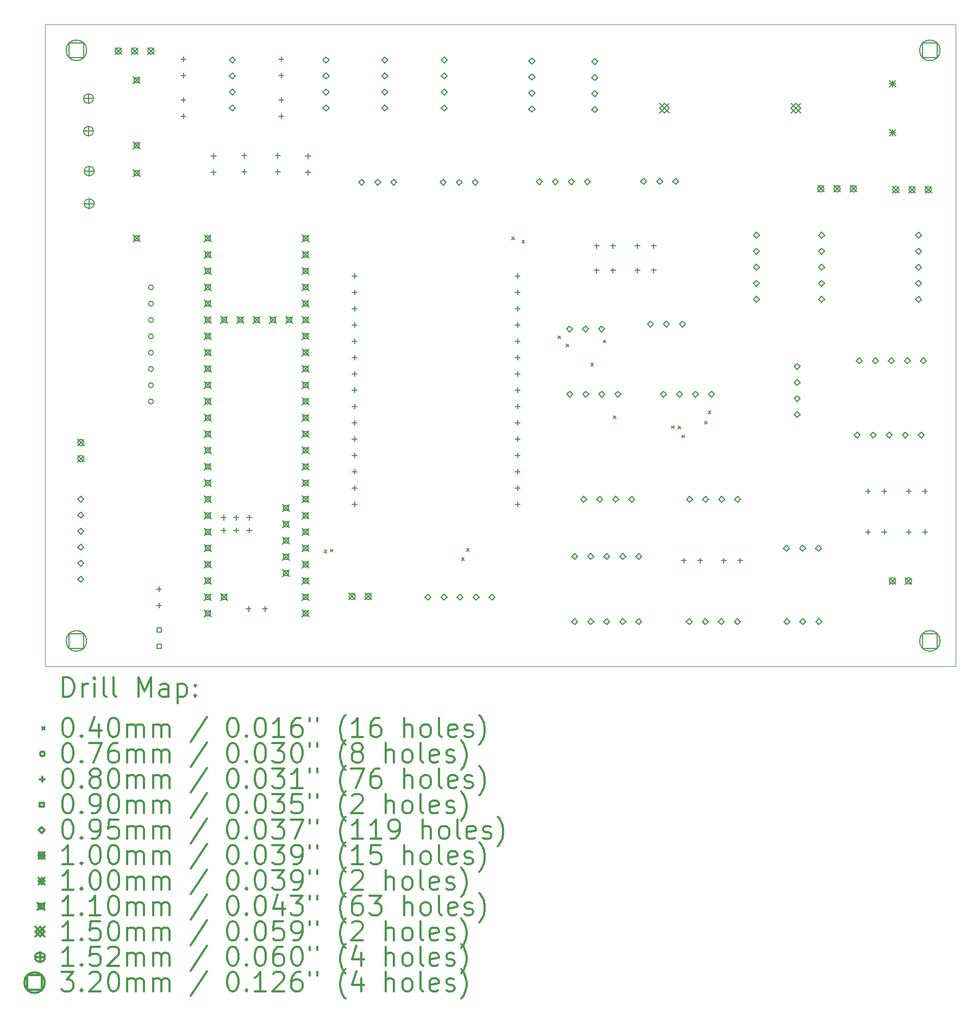
<source format=gbr>
%FSLAX45Y45*%
G04 Gerber Fmt 4.5, Leading zero omitted, Abs format (unit mm)*
G04 Created by KiCad (PCBNEW (5.1.9)-1) date 2021-07-22 20:14:04*
%MOMM*%
%LPD*%
G01*
G04 APERTURE LIST*
%TA.AperFunction,Profile*%
%ADD10C,0.050000*%
%TD*%
%ADD11C,0.200000*%
%ADD12C,0.300000*%
G04 APERTURE END LIST*
D10*
X3810000Y-3400000D02*
X18000000Y-3400000D01*
X18000000Y-13400000D02*
X18000000Y-3400000D01*
X3810000Y-13400000D02*
X18000000Y-13400000D01*
X3810000Y-3400000D02*
X3810000Y-13400000D01*
D11*
X8159620Y-11586960D02*
X8199620Y-11626960D01*
X8199620Y-11586960D02*
X8159620Y-11626960D01*
X8259650Y-11573900D02*
X8299650Y-11613900D01*
X8299650Y-11573900D02*
X8259650Y-11613900D01*
X10302190Y-11706260D02*
X10342190Y-11746260D01*
X10342190Y-11706260D02*
X10302190Y-11746260D01*
X10377870Y-11561160D02*
X10417870Y-11601160D01*
X10417870Y-11561160D02*
X10377870Y-11601160D01*
X11088380Y-6711000D02*
X11128380Y-6751000D01*
X11128380Y-6711000D02*
X11088380Y-6751000D01*
X11241670Y-6761140D02*
X11281670Y-6801140D01*
X11281670Y-6761140D02*
X11241670Y-6801140D01*
X11803350Y-8246790D02*
X11843350Y-8286790D01*
X11843350Y-8246790D02*
X11803350Y-8286790D01*
X11930630Y-8379410D02*
X11970630Y-8419410D01*
X11970630Y-8379410D02*
X11930630Y-8419410D01*
X12318280Y-8671590D02*
X12358280Y-8711590D01*
X12358280Y-8671590D02*
X12318280Y-8711590D01*
X12511420Y-8314140D02*
X12551420Y-8354140D01*
X12551420Y-8314140D02*
X12511420Y-8354140D01*
X12670080Y-9495470D02*
X12710080Y-9535470D01*
X12710080Y-9495470D02*
X12670080Y-9535470D01*
X13573380Y-9651180D02*
X13613380Y-9691180D01*
X13613380Y-9651180D02*
X13573380Y-9691180D01*
X13676660Y-9655040D02*
X13716660Y-9695040D01*
X13716660Y-9655040D02*
X13676660Y-9695040D01*
X13734470Y-9794000D02*
X13774470Y-9834000D01*
X13774470Y-9794000D02*
X13734470Y-9834000D01*
X14092190Y-9578640D02*
X14132190Y-9618640D01*
X14132190Y-9578640D02*
X14092190Y-9618640D01*
X14145610Y-9418450D02*
X14185610Y-9458450D01*
X14185610Y-9418450D02*
X14145610Y-9458450D01*
X5499100Y-7493000D02*
G75*
G03*
X5499100Y-7493000I-38100J0D01*
G01*
X5499100Y-7747000D02*
G75*
G03*
X5499100Y-7747000I-38100J0D01*
G01*
X5499100Y-8001000D02*
G75*
G03*
X5499100Y-8001000I-38100J0D01*
G01*
X5499100Y-8255000D02*
G75*
G03*
X5499100Y-8255000I-38100J0D01*
G01*
X5499100Y-8509000D02*
G75*
G03*
X5499100Y-8509000I-38100J0D01*
G01*
X5499100Y-8763000D02*
G75*
G03*
X5499100Y-8763000I-38100J0D01*
G01*
X5499100Y-9017000D02*
G75*
G03*
X5499100Y-9017000I-38100J0D01*
G01*
X5499100Y-9271000D02*
G75*
G03*
X5499100Y-9271000I-38100J0D01*
G01*
X5588000Y-12152000D02*
X5588000Y-12232000D01*
X5548000Y-12192000D02*
X5628000Y-12192000D01*
X5588000Y-12406000D02*
X5588000Y-12486000D01*
X5548000Y-12446000D02*
X5628000Y-12446000D01*
X5969000Y-3897000D02*
X5969000Y-3977000D01*
X5929000Y-3937000D02*
X6009000Y-3937000D01*
X5969000Y-4151000D02*
X5969000Y-4231000D01*
X5929000Y-4191000D02*
X6009000Y-4191000D01*
X5969000Y-4532000D02*
X5969000Y-4612000D01*
X5929000Y-4572000D02*
X6009000Y-4572000D01*
X5969000Y-4786000D02*
X5969000Y-4866000D01*
X5929000Y-4826000D02*
X6009000Y-4826000D01*
X6436100Y-5404800D02*
X6436100Y-5484800D01*
X6396100Y-5444800D02*
X6476100Y-5444800D01*
X6436100Y-5658800D02*
X6436100Y-5738800D01*
X6396100Y-5698800D02*
X6476100Y-5698800D01*
X6593840Y-11036000D02*
X6593840Y-11116000D01*
X6553840Y-11076000D02*
X6633840Y-11076000D01*
X6593840Y-11236000D02*
X6593840Y-11316000D01*
X6553840Y-11276000D02*
X6633840Y-11276000D01*
X6793840Y-11036000D02*
X6793840Y-11116000D01*
X6753840Y-11076000D02*
X6833840Y-11076000D01*
X6793840Y-11236000D02*
X6793840Y-11316000D01*
X6753840Y-11276000D02*
X6833840Y-11276000D01*
X6915100Y-5395800D02*
X6915100Y-5475800D01*
X6875100Y-5435800D02*
X6955100Y-5435800D01*
X6915100Y-5649800D02*
X6915100Y-5729800D01*
X6875100Y-5689800D02*
X6955100Y-5689800D01*
X6985000Y-12460000D02*
X6985000Y-12540000D01*
X6945000Y-12500000D02*
X7025000Y-12500000D01*
X6993840Y-11036000D02*
X6993840Y-11116000D01*
X6953840Y-11076000D02*
X7033840Y-11076000D01*
X6993840Y-11236000D02*
X6993840Y-11316000D01*
X6953840Y-11276000D02*
X7033840Y-11276000D01*
X7239000Y-12460000D02*
X7239000Y-12540000D01*
X7199000Y-12500000D02*
X7279000Y-12500000D01*
X7439100Y-5395800D02*
X7439100Y-5475800D01*
X7399100Y-5435800D02*
X7479100Y-5435800D01*
X7439100Y-5649800D02*
X7439100Y-5729800D01*
X7399100Y-5689800D02*
X7479100Y-5689800D01*
X7493000Y-3897000D02*
X7493000Y-3977000D01*
X7453000Y-3937000D02*
X7533000Y-3937000D01*
X7493000Y-4151000D02*
X7493000Y-4231000D01*
X7453000Y-4191000D02*
X7533000Y-4191000D01*
X7493000Y-4532000D02*
X7493000Y-4612000D01*
X7453000Y-4572000D02*
X7533000Y-4572000D01*
X7493000Y-4786000D02*
X7493000Y-4866000D01*
X7453000Y-4826000D02*
X7533000Y-4826000D01*
X7910100Y-5404800D02*
X7910100Y-5484800D01*
X7870100Y-5444800D02*
X7950100Y-5444800D01*
X7910100Y-5658800D02*
X7910100Y-5738800D01*
X7870100Y-5698800D02*
X7950100Y-5698800D01*
X8636000Y-7275200D02*
X8636000Y-7355200D01*
X8596000Y-7315200D02*
X8676000Y-7315200D01*
X8636000Y-7529200D02*
X8636000Y-7609200D01*
X8596000Y-7569200D02*
X8676000Y-7569200D01*
X8636000Y-7783200D02*
X8636000Y-7863200D01*
X8596000Y-7823200D02*
X8676000Y-7823200D01*
X8636000Y-8037200D02*
X8636000Y-8117200D01*
X8596000Y-8077200D02*
X8676000Y-8077200D01*
X8636000Y-8291200D02*
X8636000Y-8371200D01*
X8596000Y-8331200D02*
X8676000Y-8331200D01*
X8636000Y-8545200D02*
X8636000Y-8625200D01*
X8596000Y-8585200D02*
X8676000Y-8585200D01*
X8636000Y-8799200D02*
X8636000Y-8879200D01*
X8596000Y-8839200D02*
X8676000Y-8839200D01*
X8636000Y-9053200D02*
X8636000Y-9133200D01*
X8596000Y-9093200D02*
X8676000Y-9093200D01*
X8636000Y-9307200D02*
X8636000Y-9387200D01*
X8596000Y-9347200D02*
X8676000Y-9347200D01*
X8636000Y-9561200D02*
X8636000Y-9641200D01*
X8596000Y-9601200D02*
X8676000Y-9601200D01*
X8636000Y-9815200D02*
X8636000Y-9895200D01*
X8596000Y-9855200D02*
X8676000Y-9855200D01*
X8636000Y-10069200D02*
X8636000Y-10149200D01*
X8596000Y-10109200D02*
X8676000Y-10109200D01*
X8636000Y-10323200D02*
X8636000Y-10403200D01*
X8596000Y-10363200D02*
X8676000Y-10363200D01*
X8636000Y-10577200D02*
X8636000Y-10657200D01*
X8596000Y-10617200D02*
X8676000Y-10617200D01*
X8636000Y-10831200D02*
X8636000Y-10911200D01*
X8596000Y-10871200D02*
X8676000Y-10871200D01*
X11176000Y-7275200D02*
X11176000Y-7355200D01*
X11136000Y-7315200D02*
X11216000Y-7315200D01*
X11176000Y-7529200D02*
X11176000Y-7609200D01*
X11136000Y-7569200D02*
X11216000Y-7569200D01*
X11176000Y-7783200D02*
X11176000Y-7863200D01*
X11136000Y-7823200D02*
X11216000Y-7823200D01*
X11176000Y-8037200D02*
X11176000Y-8117200D01*
X11136000Y-8077200D02*
X11216000Y-8077200D01*
X11176000Y-8291200D02*
X11176000Y-8371200D01*
X11136000Y-8331200D02*
X11216000Y-8331200D01*
X11176000Y-8545200D02*
X11176000Y-8625200D01*
X11136000Y-8585200D02*
X11216000Y-8585200D01*
X11176000Y-8799200D02*
X11176000Y-8879200D01*
X11136000Y-8839200D02*
X11216000Y-8839200D01*
X11176000Y-9053200D02*
X11176000Y-9133200D01*
X11136000Y-9093200D02*
X11216000Y-9093200D01*
X11176000Y-9307200D02*
X11176000Y-9387200D01*
X11136000Y-9347200D02*
X11216000Y-9347200D01*
X11176000Y-9561200D02*
X11176000Y-9641200D01*
X11136000Y-9601200D02*
X11216000Y-9601200D01*
X11176000Y-9815200D02*
X11176000Y-9895200D01*
X11136000Y-9855200D02*
X11216000Y-9855200D01*
X11176000Y-10069200D02*
X11176000Y-10149200D01*
X11136000Y-10109200D02*
X11216000Y-10109200D01*
X11176000Y-10323200D02*
X11176000Y-10403200D01*
X11136000Y-10363200D02*
X11216000Y-10363200D01*
X11176000Y-10577200D02*
X11176000Y-10657200D01*
X11136000Y-10617200D02*
X11216000Y-10617200D01*
X11176000Y-10831200D02*
X11176000Y-10911200D01*
X11136000Y-10871200D02*
X11216000Y-10871200D01*
X12407900Y-6805300D02*
X12407900Y-6885300D01*
X12367900Y-6845300D02*
X12447900Y-6845300D01*
X12407900Y-7186300D02*
X12407900Y-7266300D01*
X12367900Y-7226300D02*
X12447900Y-7226300D01*
X12661900Y-6805300D02*
X12661900Y-6885300D01*
X12621900Y-6845300D02*
X12701900Y-6845300D01*
X12661900Y-7186300D02*
X12661900Y-7266300D01*
X12621900Y-7226300D02*
X12701900Y-7226300D01*
X13042900Y-6805300D02*
X13042900Y-6885300D01*
X13002900Y-6845300D02*
X13082900Y-6845300D01*
X13042900Y-7186300D02*
X13042900Y-7266300D01*
X13002900Y-7226300D02*
X13082900Y-7226300D01*
X13296900Y-6805300D02*
X13296900Y-6885300D01*
X13256900Y-6845300D02*
X13336900Y-6845300D01*
X13296900Y-7186300D02*
X13296900Y-7266300D01*
X13256900Y-7226300D02*
X13336900Y-7226300D01*
X13766800Y-11707500D02*
X13766800Y-11787500D01*
X13726800Y-11747500D02*
X13806800Y-11747500D01*
X14020800Y-11707500D02*
X14020800Y-11787500D01*
X13980800Y-11747500D02*
X14060800Y-11747500D01*
X14389100Y-11707500D02*
X14389100Y-11787500D01*
X14349100Y-11747500D02*
X14429100Y-11747500D01*
X14643100Y-11707500D02*
X14643100Y-11787500D01*
X14603100Y-11747500D02*
X14683100Y-11747500D01*
X16637000Y-10628000D02*
X16637000Y-10708000D01*
X16597000Y-10668000D02*
X16677000Y-10668000D01*
X16637000Y-11263000D02*
X16637000Y-11343000D01*
X16597000Y-11303000D02*
X16677000Y-11303000D01*
X16891000Y-10628000D02*
X16891000Y-10708000D01*
X16851000Y-10668000D02*
X16931000Y-10668000D01*
X16891000Y-11263000D02*
X16891000Y-11343000D01*
X16851000Y-11303000D02*
X16931000Y-11303000D01*
X17272000Y-10628000D02*
X17272000Y-10708000D01*
X17232000Y-10668000D02*
X17312000Y-10668000D01*
X17272000Y-11263000D02*
X17272000Y-11343000D01*
X17232000Y-11303000D02*
X17312000Y-11303000D01*
X17526000Y-10628000D02*
X17526000Y-10708000D01*
X17486000Y-10668000D02*
X17566000Y-10668000D01*
X17526000Y-11263000D02*
X17526000Y-11343000D01*
X17486000Y-11303000D02*
X17566000Y-11303000D01*
X5619820Y-12858820D02*
X5619820Y-12795180D01*
X5556180Y-12795180D01*
X5556180Y-12858820D01*
X5619820Y-12858820D01*
X5619820Y-13112820D02*
X5619820Y-13049180D01*
X5556180Y-13049180D01*
X5556180Y-13112820D01*
X5619820Y-13112820D01*
X4368800Y-10837100D02*
X4416300Y-10789600D01*
X4368800Y-10742100D01*
X4321300Y-10789600D01*
X4368800Y-10837100D01*
X4368800Y-11087100D02*
X4416300Y-11039600D01*
X4368800Y-10992100D01*
X4321300Y-11039600D01*
X4368800Y-11087100D01*
X4368800Y-11337100D02*
X4416300Y-11289600D01*
X4368800Y-11242100D01*
X4321300Y-11289600D01*
X4368800Y-11337100D01*
X4368800Y-11587100D02*
X4416300Y-11539600D01*
X4368800Y-11492100D01*
X4321300Y-11539600D01*
X4368800Y-11587100D01*
X4368800Y-11837100D02*
X4416300Y-11789600D01*
X4368800Y-11742100D01*
X4321300Y-11789600D01*
X4368800Y-11837100D01*
X4368800Y-12087100D02*
X4416300Y-12039600D01*
X4368800Y-11992100D01*
X4321300Y-12039600D01*
X4368800Y-12087100D01*
X6731000Y-3996500D02*
X6778500Y-3949000D01*
X6731000Y-3901500D01*
X6683500Y-3949000D01*
X6731000Y-3996500D01*
X6731000Y-4246500D02*
X6778500Y-4199000D01*
X6731000Y-4151500D01*
X6683500Y-4199000D01*
X6731000Y-4246500D01*
X6731000Y-4496500D02*
X6778500Y-4449000D01*
X6731000Y-4401500D01*
X6683500Y-4449000D01*
X6731000Y-4496500D01*
X6731000Y-4746500D02*
X6778500Y-4699000D01*
X6731000Y-4651500D01*
X6683500Y-4699000D01*
X6731000Y-4746500D01*
X8189000Y-3996500D02*
X8236500Y-3949000D01*
X8189000Y-3901500D01*
X8141500Y-3949000D01*
X8189000Y-3996500D01*
X8189000Y-4246500D02*
X8236500Y-4199000D01*
X8189000Y-4151500D01*
X8141500Y-4199000D01*
X8189000Y-4246500D01*
X8189000Y-4496500D02*
X8236500Y-4449000D01*
X8189000Y-4401500D01*
X8141500Y-4449000D01*
X8189000Y-4496500D01*
X8189000Y-4746500D02*
X8236500Y-4699000D01*
X8189000Y-4651500D01*
X8141500Y-4699000D01*
X8189000Y-4746500D01*
X8745600Y-5902200D02*
X8793100Y-5854700D01*
X8745600Y-5807200D01*
X8698100Y-5854700D01*
X8745600Y-5902200D01*
X8995600Y-5902200D02*
X9043100Y-5854700D01*
X8995600Y-5807200D01*
X8948100Y-5854700D01*
X8995600Y-5902200D01*
X9107000Y-3996500D02*
X9154500Y-3949000D01*
X9107000Y-3901500D01*
X9059500Y-3949000D01*
X9107000Y-3996500D01*
X9107000Y-4246500D02*
X9154500Y-4199000D01*
X9107000Y-4151500D01*
X9059500Y-4199000D01*
X9107000Y-4246500D01*
X9107000Y-4496500D02*
X9154500Y-4449000D01*
X9107000Y-4401500D01*
X9059500Y-4449000D01*
X9107000Y-4496500D01*
X9107000Y-4746500D02*
X9154500Y-4699000D01*
X9107000Y-4651500D01*
X9059500Y-4699000D01*
X9107000Y-4746500D01*
X9245600Y-5902200D02*
X9293100Y-5854700D01*
X9245600Y-5807200D01*
X9198100Y-5854700D01*
X9245600Y-5902200D01*
X9779000Y-12366500D02*
X9826500Y-12319000D01*
X9779000Y-12271500D01*
X9731500Y-12319000D01*
X9779000Y-12366500D01*
X10015600Y-5902200D02*
X10063100Y-5854700D01*
X10015600Y-5807200D01*
X9968100Y-5854700D01*
X10015600Y-5902200D01*
X10029000Y-12366500D02*
X10076500Y-12319000D01*
X10029000Y-12271500D01*
X9981500Y-12319000D01*
X10029000Y-12366500D01*
X10033000Y-3996500D02*
X10080500Y-3949000D01*
X10033000Y-3901500D01*
X9985500Y-3949000D01*
X10033000Y-3996500D01*
X10033000Y-4246500D02*
X10080500Y-4199000D01*
X10033000Y-4151500D01*
X9985500Y-4199000D01*
X10033000Y-4246500D01*
X10033000Y-4496500D02*
X10080500Y-4449000D01*
X10033000Y-4401500D01*
X9985500Y-4449000D01*
X10033000Y-4496500D01*
X10033000Y-4746500D02*
X10080500Y-4699000D01*
X10033000Y-4651500D01*
X9985500Y-4699000D01*
X10033000Y-4746500D01*
X10265600Y-5902200D02*
X10313100Y-5854700D01*
X10265600Y-5807200D01*
X10218100Y-5854700D01*
X10265600Y-5902200D01*
X10279000Y-12366500D02*
X10326500Y-12319000D01*
X10279000Y-12271500D01*
X10231500Y-12319000D01*
X10279000Y-12366500D01*
X10515600Y-5902200D02*
X10563100Y-5854700D01*
X10515600Y-5807200D01*
X10468100Y-5854700D01*
X10515600Y-5902200D01*
X10529000Y-12366500D02*
X10576500Y-12319000D01*
X10529000Y-12271500D01*
X10481500Y-12319000D01*
X10529000Y-12366500D01*
X10779000Y-12366500D02*
X10826500Y-12319000D01*
X10779000Y-12271500D01*
X10731500Y-12319000D01*
X10779000Y-12366500D01*
X11397600Y-4013400D02*
X11445100Y-3965900D01*
X11397600Y-3918400D01*
X11350100Y-3965900D01*
X11397600Y-4013400D01*
X11397600Y-4263400D02*
X11445100Y-4215900D01*
X11397600Y-4168400D01*
X11350100Y-4215900D01*
X11397600Y-4263400D01*
X11397600Y-4513400D02*
X11445100Y-4465900D01*
X11397600Y-4418400D01*
X11350100Y-4465900D01*
X11397600Y-4513400D01*
X11397600Y-4763400D02*
X11445100Y-4715900D01*
X11397600Y-4668400D01*
X11350100Y-4715900D01*
X11397600Y-4763400D01*
X11514600Y-5892500D02*
X11562100Y-5845000D01*
X11514600Y-5797500D01*
X11467100Y-5845000D01*
X11514600Y-5892500D01*
X11764600Y-5892500D02*
X11812100Y-5845000D01*
X11764600Y-5797500D01*
X11717100Y-5845000D01*
X11764600Y-5892500D01*
X11984100Y-8188200D02*
X12031600Y-8140700D01*
X11984100Y-8093200D01*
X11936600Y-8140700D01*
X11984100Y-8188200D01*
X11988100Y-9204200D02*
X12035600Y-9156700D01*
X11988100Y-9109200D01*
X11940600Y-9156700D01*
X11988100Y-9204200D01*
X12014600Y-5892500D02*
X12062100Y-5845000D01*
X12014600Y-5797500D01*
X11967100Y-5845000D01*
X12014600Y-5892500D01*
X12065000Y-11731500D02*
X12112500Y-11684000D01*
X12065000Y-11636500D01*
X12017500Y-11684000D01*
X12065000Y-11731500D01*
X12065000Y-12747500D02*
X12112500Y-12700000D01*
X12065000Y-12652500D01*
X12017500Y-12700000D01*
X12065000Y-12747500D01*
X12204000Y-10842500D02*
X12251500Y-10795000D01*
X12204000Y-10747500D01*
X12156500Y-10795000D01*
X12204000Y-10842500D01*
X12234100Y-8188200D02*
X12281600Y-8140700D01*
X12234100Y-8093200D01*
X12186600Y-8140700D01*
X12234100Y-8188200D01*
X12238100Y-9204200D02*
X12285600Y-9156700D01*
X12238100Y-9109200D01*
X12190600Y-9156700D01*
X12238100Y-9204200D01*
X12264600Y-5892500D02*
X12312100Y-5845000D01*
X12264600Y-5797500D01*
X12217100Y-5845000D01*
X12264600Y-5892500D01*
X12315000Y-11731500D02*
X12362500Y-11684000D01*
X12315000Y-11636500D01*
X12267500Y-11684000D01*
X12315000Y-11731500D01*
X12315000Y-12747500D02*
X12362500Y-12700000D01*
X12315000Y-12652500D01*
X12267500Y-12700000D01*
X12315000Y-12747500D01*
X12378600Y-4022400D02*
X12426100Y-3974900D01*
X12378600Y-3927400D01*
X12331100Y-3974900D01*
X12378600Y-4022400D01*
X12378600Y-4272400D02*
X12426100Y-4224900D01*
X12378600Y-4177400D01*
X12331100Y-4224900D01*
X12378600Y-4272400D01*
X12378600Y-4522400D02*
X12426100Y-4474900D01*
X12378600Y-4427400D01*
X12331100Y-4474900D01*
X12378600Y-4522400D01*
X12378600Y-4772400D02*
X12426100Y-4724900D01*
X12378600Y-4677400D01*
X12331100Y-4724900D01*
X12378600Y-4772400D01*
X12454000Y-10842500D02*
X12501500Y-10795000D01*
X12454000Y-10747500D01*
X12406500Y-10795000D01*
X12454000Y-10842500D01*
X12484100Y-8188200D02*
X12531600Y-8140700D01*
X12484100Y-8093200D01*
X12436600Y-8140700D01*
X12484100Y-8188200D01*
X12488100Y-9204200D02*
X12535600Y-9156700D01*
X12488100Y-9109200D01*
X12440600Y-9156700D01*
X12488100Y-9204200D01*
X12565000Y-11731500D02*
X12612500Y-11684000D01*
X12565000Y-11636500D01*
X12517500Y-11684000D01*
X12565000Y-11731500D01*
X12565000Y-12747500D02*
X12612500Y-12700000D01*
X12565000Y-12652500D01*
X12517500Y-12700000D01*
X12565000Y-12747500D01*
X12704000Y-10842500D02*
X12751500Y-10795000D01*
X12704000Y-10747500D01*
X12656500Y-10795000D01*
X12704000Y-10842500D01*
X12738100Y-9204200D02*
X12785600Y-9156700D01*
X12738100Y-9109200D01*
X12690600Y-9156700D01*
X12738100Y-9204200D01*
X12815000Y-11731500D02*
X12862500Y-11684000D01*
X12815000Y-11636500D01*
X12767500Y-11684000D01*
X12815000Y-11731500D01*
X12815000Y-12747500D02*
X12862500Y-12700000D01*
X12815000Y-12652500D01*
X12767500Y-12700000D01*
X12815000Y-12747500D01*
X12954000Y-10842500D02*
X13001500Y-10795000D01*
X12954000Y-10747500D01*
X12906500Y-10795000D01*
X12954000Y-10842500D01*
X13065000Y-11731500D02*
X13112500Y-11684000D01*
X13065000Y-11636500D01*
X13017500Y-11684000D01*
X13065000Y-11731500D01*
X13065000Y-12747500D02*
X13112500Y-12700000D01*
X13065000Y-12652500D01*
X13017500Y-12700000D01*
X13065000Y-12747500D01*
X13139800Y-5889500D02*
X13187300Y-5842000D01*
X13139800Y-5794500D01*
X13092300Y-5842000D01*
X13139800Y-5889500D01*
X13246100Y-8112000D02*
X13293600Y-8064500D01*
X13246100Y-8017000D01*
X13198600Y-8064500D01*
X13246100Y-8112000D01*
X13389800Y-5889500D02*
X13437300Y-5842000D01*
X13389800Y-5794500D01*
X13342300Y-5842000D01*
X13389800Y-5889500D01*
X13449300Y-9204200D02*
X13496800Y-9156700D01*
X13449300Y-9109200D01*
X13401800Y-9156700D01*
X13449300Y-9204200D01*
X13496100Y-8112000D02*
X13543600Y-8064500D01*
X13496100Y-8017000D01*
X13448600Y-8064500D01*
X13496100Y-8112000D01*
X13639800Y-5889500D02*
X13687300Y-5842000D01*
X13639800Y-5794500D01*
X13592300Y-5842000D01*
X13639800Y-5889500D01*
X13699300Y-9204200D02*
X13746800Y-9156700D01*
X13699300Y-9109200D01*
X13651800Y-9156700D01*
X13699300Y-9204200D01*
X13746100Y-8112000D02*
X13793600Y-8064500D01*
X13746100Y-8017000D01*
X13698600Y-8064500D01*
X13746100Y-8112000D01*
X13851000Y-12747500D02*
X13898500Y-12700000D01*
X13851000Y-12652500D01*
X13803500Y-12700000D01*
X13851000Y-12747500D01*
X13855000Y-10842500D02*
X13902500Y-10795000D01*
X13855000Y-10747500D01*
X13807500Y-10795000D01*
X13855000Y-10842500D01*
X13949300Y-9204200D02*
X13996800Y-9156700D01*
X13949300Y-9109200D01*
X13901800Y-9156700D01*
X13949300Y-9204200D01*
X14101000Y-12747500D02*
X14148500Y-12700000D01*
X14101000Y-12652500D01*
X14053500Y-12700000D01*
X14101000Y-12747500D01*
X14105000Y-10842500D02*
X14152500Y-10795000D01*
X14105000Y-10747500D01*
X14057500Y-10795000D01*
X14105000Y-10842500D01*
X14199300Y-9204200D02*
X14246800Y-9156700D01*
X14199300Y-9109200D01*
X14151800Y-9156700D01*
X14199300Y-9204200D01*
X14351000Y-12747500D02*
X14398500Y-12700000D01*
X14351000Y-12652500D01*
X14303500Y-12700000D01*
X14351000Y-12747500D01*
X14355000Y-10842500D02*
X14402500Y-10795000D01*
X14355000Y-10747500D01*
X14307500Y-10795000D01*
X14355000Y-10842500D01*
X14601000Y-12747500D02*
X14648500Y-12700000D01*
X14601000Y-12652500D01*
X14553500Y-12700000D01*
X14601000Y-12747500D01*
X14605000Y-10842500D02*
X14652500Y-10795000D01*
X14605000Y-10747500D01*
X14557500Y-10795000D01*
X14605000Y-10842500D01*
X14897100Y-6727700D02*
X14944600Y-6680200D01*
X14897100Y-6632700D01*
X14849600Y-6680200D01*
X14897100Y-6727700D01*
X14897100Y-6977700D02*
X14944600Y-6930200D01*
X14897100Y-6882700D01*
X14849600Y-6930200D01*
X14897100Y-6977700D01*
X14897100Y-7227700D02*
X14944600Y-7180200D01*
X14897100Y-7132700D01*
X14849600Y-7180200D01*
X14897100Y-7227700D01*
X14897100Y-7477700D02*
X14944600Y-7430200D01*
X14897100Y-7382700D01*
X14849600Y-7430200D01*
X14897100Y-7477700D01*
X14897100Y-7727700D02*
X14944600Y-7680200D01*
X14897100Y-7632700D01*
X14849600Y-7680200D01*
X14897100Y-7727700D01*
X15367000Y-11604500D02*
X15414500Y-11557000D01*
X15367000Y-11509500D01*
X15319500Y-11557000D01*
X15367000Y-11604500D01*
X15371000Y-12747500D02*
X15418500Y-12700000D01*
X15371000Y-12652500D01*
X15323500Y-12700000D01*
X15371000Y-12747500D01*
X15532100Y-8772400D02*
X15579600Y-8724900D01*
X15532100Y-8677400D01*
X15484600Y-8724900D01*
X15532100Y-8772400D01*
X15532100Y-9022400D02*
X15579600Y-8974900D01*
X15532100Y-8927400D01*
X15484600Y-8974900D01*
X15532100Y-9022400D01*
X15532100Y-9272400D02*
X15579600Y-9224900D01*
X15532100Y-9177400D01*
X15484600Y-9224900D01*
X15532100Y-9272400D01*
X15532100Y-9522400D02*
X15579600Y-9474900D01*
X15532100Y-9427400D01*
X15484600Y-9474900D01*
X15532100Y-9522400D01*
X15617000Y-11604500D02*
X15664500Y-11557000D01*
X15617000Y-11509500D01*
X15569500Y-11557000D01*
X15617000Y-11604500D01*
X15621000Y-12747500D02*
X15668500Y-12700000D01*
X15621000Y-12652500D01*
X15573500Y-12700000D01*
X15621000Y-12747500D01*
X15867000Y-11604500D02*
X15914500Y-11557000D01*
X15867000Y-11509500D01*
X15819500Y-11557000D01*
X15867000Y-11604500D01*
X15871000Y-12747500D02*
X15918500Y-12700000D01*
X15871000Y-12652500D01*
X15823500Y-12700000D01*
X15871000Y-12747500D01*
X15913100Y-6727700D02*
X15960600Y-6680200D01*
X15913100Y-6632700D01*
X15865600Y-6680200D01*
X15913100Y-6727700D01*
X15913100Y-6977700D02*
X15960600Y-6930200D01*
X15913100Y-6882700D01*
X15865600Y-6930200D01*
X15913100Y-6977700D01*
X15913100Y-7227700D02*
X15960600Y-7180200D01*
X15913100Y-7132700D01*
X15865600Y-7180200D01*
X15913100Y-7227700D01*
X15913100Y-7477700D02*
X15960600Y-7430200D01*
X15913100Y-7382700D01*
X15865600Y-7430200D01*
X15913100Y-7477700D01*
X15913100Y-7727700D02*
X15960600Y-7680200D01*
X15913100Y-7632700D01*
X15865600Y-7680200D01*
X15913100Y-7727700D01*
X16467700Y-9838260D02*
X16515200Y-9790760D01*
X16467700Y-9743260D01*
X16420200Y-9790760D01*
X16467700Y-9838260D01*
X16500600Y-8683500D02*
X16548100Y-8636000D01*
X16500600Y-8588500D01*
X16453100Y-8636000D01*
X16500600Y-8683500D01*
X16717700Y-9838260D02*
X16765200Y-9790760D01*
X16717700Y-9743260D01*
X16670200Y-9790760D01*
X16717700Y-9838260D01*
X16750600Y-8683500D02*
X16798100Y-8636000D01*
X16750600Y-8588500D01*
X16703100Y-8636000D01*
X16750600Y-8683500D01*
X16967700Y-9838260D02*
X17015200Y-9790760D01*
X16967700Y-9743260D01*
X16920200Y-9790760D01*
X16967700Y-9838260D01*
X17000600Y-8683500D02*
X17048100Y-8636000D01*
X17000600Y-8588500D01*
X16953100Y-8636000D01*
X17000600Y-8683500D01*
X17217700Y-9838260D02*
X17265200Y-9790760D01*
X17217700Y-9743260D01*
X17170200Y-9790760D01*
X17217700Y-9838260D01*
X17250600Y-8683500D02*
X17298100Y-8636000D01*
X17250600Y-8588500D01*
X17203100Y-8636000D01*
X17250600Y-8683500D01*
X17424400Y-6727700D02*
X17471900Y-6680200D01*
X17424400Y-6632700D01*
X17376900Y-6680200D01*
X17424400Y-6727700D01*
X17424400Y-6977700D02*
X17471900Y-6930200D01*
X17424400Y-6882700D01*
X17376900Y-6930200D01*
X17424400Y-6977700D01*
X17424400Y-7227700D02*
X17471900Y-7180200D01*
X17424400Y-7132700D01*
X17376900Y-7180200D01*
X17424400Y-7227700D01*
X17424400Y-7477700D02*
X17471900Y-7430200D01*
X17424400Y-7382700D01*
X17376900Y-7430200D01*
X17424400Y-7477700D01*
X17424400Y-7727700D02*
X17471900Y-7680200D01*
X17424400Y-7632700D01*
X17376900Y-7680200D01*
X17424400Y-7727700D01*
X17467700Y-9838260D02*
X17515200Y-9790760D01*
X17467700Y-9743260D01*
X17420200Y-9790760D01*
X17467700Y-9838260D01*
X17500600Y-8683500D02*
X17548100Y-8636000D01*
X17500600Y-8588500D01*
X17453100Y-8636000D01*
X17500600Y-8683500D01*
X4318800Y-9860000D02*
X4418800Y-9960000D01*
X4418800Y-9860000D02*
X4318800Y-9960000D01*
X4418800Y-9910000D02*
G75*
G03*
X4418800Y-9910000I-50000J0D01*
G01*
X4318800Y-10110000D02*
X4418800Y-10210000D01*
X4418800Y-10110000D02*
X4318800Y-10210000D01*
X4418800Y-10160000D02*
G75*
G03*
X4418800Y-10160000I-50000J0D01*
G01*
X4903000Y-3760000D02*
X5003000Y-3860000D01*
X5003000Y-3760000D02*
X4903000Y-3860000D01*
X5003000Y-3810000D02*
G75*
G03*
X5003000Y-3810000I-50000J0D01*
G01*
X5157000Y-3760000D02*
X5257000Y-3860000D01*
X5257000Y-3760000D02*
X5157000Y-3860000D01*
X5257000Y-3810000D02*
G75*
G03*
X5257000Y-3810000I-50000J0D01*
G01*
X5411000Y-3760000D02*
X5511000Y-3860000D01*
X5511000Y-3760000D02*
X5411000Y-3860000D01*
X5511000Y-3810000D02*
G75*
G03*
X5511000Y-3810000I-50000J0D01*
G01*
X8547900Y-12256300D02*
X8647900Y-12356300D01*
X8647900Y-12256300D02*
X8547900Y-12356300D01*
X8647900Y-12306300D02*
G75*
G03*
X8647900Y-12306300I-50000J0D01*
G01*
X8797900Y-12256300D02*
X8897900Y-12356300D01*
X8897900Y-12256300D02*
X8797900Y-12356300D01*
X8897900Y-12306300D02*
G75*
G03*
X8897900Y-12306300I-50000J0D01*
G01*
X15850400Y-5906300D02*
X15950400Y-6006300D01*
X15950400Y-5906300D02*
X15850400Y-6006300D01*
X15950400Y-5956300D02*
G75*
G03*
X15950400Y-5956300I-50000J0D01*
G01*
X16104400Y-5906300D02*
X16204400Y-6006300D01*
X16204400Y-5906300D02*
X16104400Y-6006300D01*
X16204400Y-5956300D02*
G75*
G03*
X16204400Y-5956300I-50000J0D01*
G01*
X16358400Y-5906300D02*
X16458400Y-6006300D01*
X16458400Y-5906300D02*
X16358400Y-6006300D01*
X16458400Y-5956300D02*
G75*
G03*
X16458400Y-5956300I-50000J0D01*
G01*
X16968000Y-12015000D02*
X17068000Y-12115000D01*
X17068000Y-12015000D02*
X16968000Y-12115000D01*
X17068000Y-12065000D02*
G75*
G03*
X17068000Y-12065000I-50000J0D01*
G01*
X17018800Y-5919000D02*
X17118800Y-6019000D01*
X17118800Y-5919000D02*
X17018800Y-6019000D01*
X17118800Y-5969000D02*
G75*
G03*
X17118800Y-5969000I-50000J0D01*
G01*
X17218000Y-12015000D02*
X17318000Y-12115000D01*
X17318000Y-12015000D02*
X17218000Y-12115000D01*
X17318000Y-12065000D02*
G75*
G03*
X17318000Y-12065000I-50000J0D01*
G01*
X17272800Y-5919000D02*
X17372800Y-6019000D01*
X17372800Y-5919000D02*
X17272800Y-6019000D01*
X17372800Y-5969000D02*
G75*
G03*
X17372800Y-5969000I-50000J0D01*
G01*
X17526800Y-5919000D02*
X17626800Y-6019000D01*
X17626800Y-5919000D02*
X17526800Y-6019000D01*
X17626800Y-5969000D02*
G75*
G03*
X17626800Y-5969000I-50000J0D01*
G01*
X16967962Y-4269998D02*
X17068038Y-4370074D01*
X17068038Y-4269998D02*
X16967962Y-4370074D01*
X17018000Y-4269998D02*
X17018000Y-4370074D01*
X16967962Y-4320036D02*
X17068038Y-4320036D01*
X16967962Y-5029966D02*
X17068038Y-5130042D01*
X17068038Y-5029966D02*
X16967962Y-5130042D01*
X17018000Y-5029966D02*
X17018000Y-5130042D01*
X16967962Y-5080004D02*
X17068038Y-5080004D01*
X5182000Y-4212200D02*
X5292000Y-4322200D01*
X5292000Y-4212200D02*
X5182000Y-4322200D01*
X5275891Y-4306091D02*
X5275891Y-4228309D01*
X5198109Y-4228309D01*
X5198109Y-4306091D01*
X5275891Y-4306091D01*
X5182000Y-5228200D02*
X5292000Y-5338200D01*
X5292000Y-5228200D02*
X5182000Y-5338200D01*
X5275891Y-5322091D02*
X5275891Y-5244309D01*
X5198109Y-5244309D01*
X5198109Y-5322091D01*
X5275891Y-5322091D01*
X5182000Y-5660000D02*
X5292000Y-5770000D01*
X5292000Y-5660000D02*
X5182000Y-5770000D01*
X5275891Y-5753891D02*
X5275891Y-5676109D01*
X5198109Y-5676109D01*
X5198109Y-5753891D01*
X5275891Y-5753891D01*
X5182000Y-6676000D02*
X5292000Y-6786000D01*
X5292000Y-6676000D02*
X5182000Y-6786000D01*
X5275891Y-6769891D02*
X5275891Y-6692109D01*
X5198109Y-6692109D01*
X5198109Y-6769891D01*
X5275891Y-6769891D01*
X6295000Y-6676000D02*
X6405000Y-6786000D01*
X6405000Y-6676000D02*
X6295000Y-6786000D01*
X6388891Y-6769891D02*
X6388891Y-6692109D01*
X6311109Y-6692109D01*
X6311109Y-6769891D01*
X6388891Y-6769891D01*
X6295000Y-6930000D02*
X6405000Y-7040000D01*
X6405000Y-6930000D02*
X6295000Y-7040000D01*
X6388891Y-7023891D02*
X6388891Y-6946109D01*
X6311109Y-6946109D01*
X6311109Y-7023891D01*
X6388891Y-7023891D01*
X6295000Y-7184000D02*
X6405000Y-7294000D01*
X6405000Y-7184000D02*
X6295000Y-7294000D01*
X6388891Y-7277891D02*
X6388891Y-7200109D01*
X6311109Y-7200109D01*
X6311109Y-7277891D01*
X6388891Y-7277891D01*
X6295000Y-7438000D02*
X6405000Y-7548000D01*
X6405000Y-7438000D02*
X6295000Y-7548000D01*
X6388891Y-7531891D02*
X6388891Y-7454109D01*
X6311109Y-7454109D01*
X6311109Y-7531891D01*
X6388891Y-7531891D01*
X6295000Y-7692000D02*
X6405000Y-7802000D01*
X6405000Y-7692000D02*
X6295000Y-7802000D01*
X6388891Y-7785891D02*
X6388891Y-7708109D01*
X6311109Y-7708109D01*
X6311109Y-7785891D01*
X6388891Y-7785891D01*
X6295000Y-7946000D02*
X6405000Y-8056000D01*
X6405000Y-7946000D02*
X6295000Y-8056000D01*
X6388891Y-8039891D02*
X6388891Y-7962109D01*
X6311109Y-7962109D01*
X6311109Y-8039891D01*
X6388891Y-8039891D01*
X6295000Y-8200000D02*
X6405000Y-8310000D01*
X6405000Y-8200000D02*
X6295000Y-8310000D01*
X6388891Y-8293891D02*
X6388891Y-8216109D01*
X6311109Y-8216109D01*
X6311109Y-8293891D01*
X6388891Y-8293891D01*
X6295000Y-8454000D02*
X6405000Y-8564000D01*
X6405000Y-8454000D02*
X6295000Y-8564000D01*
X6388891Y-8547891D02*
X6388891Y-8470109D01*
X6311109Y-8470109D01*
X6311109Y-8547891D01*
X6388891Y-8547891D01*
X6295000Y-8708000D02*
X6405000Y-8818000D01*
X6405000Y-8708000D02*
X6295000Y-8818000D01*
X6388891Y-8801891D02*
X6388891Y-8724109D01*
X6311109Y-8724109D01*
X6311109Y-8801891D01*
X6388891Y-8801891D01*
X6295000Y-8962000D02*
X6405000Y-9072000D01*
X6405000Y-8962000D02*
X6295000Y-9072000D01*
X6388891Y-9055891D02*
X6388891Y-8978109D01*
X6311109Y-8978109D01*
X6311109Y-9055891D01*
X6388891Y-9055891D01*
X6295000Y-9216000D02*
X6405000Y-9326000D01*
X6405000Y-9216000D02*
X6295000Y-9326000D01*
X6388891Y-9309891D02*
X6388891Y-9232109D01*
X6311109Y-9232109D01*
X6311109Y-9309891D01*
X6388891Y-9309891D01*
X6295000Y-9470000D02*
X6405000Y-9580000D01*
X6405000Y-9470000D02*
X6295000Y-9580000D01*
X6388891Y-9563891D02*
X6388891Y-9486109D01*
X6311109Y-9486109D01*
X6311109Y-9563891D01*
X6388891Y-9563891D01*
X6295000Y-9724000D02*
X6405000Y-9834000D01*
X6405000Y-9724000D02*
X6295000Y-9834000D01*
X6388891Y-9817891D02*
X6388891Y-9740109D01*
X6311109Y-9740109D01*
X6311109Y-9817891D01*
X6388891Y-9817891D01*
X6295000Y-9978000D02*
X6405000Y-10088000D01*
X6405000Y-9978000D02*
X6295000Y-10088000D01*
X6388891Y-10071891D02*
X6388891Y-9994109D01*
X6311109Y-9994109D01*
X6311109Y-10071891D01*
X6388891Y-10071891D01*
X6295000Y-10232000D02*
X6405000Y-10342000D01*
X6405000Y-10232000D02*
X6295000Y-10342000D01*
X6388891Y-10325891D02*
X6388891Y-10248109D01*
X6311109Y-10248109D01*
X6311109Y-10325891D01*
X6388891Y-10325891D01*
X6295000Y-10486000D02*
X6405000Y-10596000D01*
X6405000Y-10486000D02*
X6295000Y-10596000D01*
X6388891Y-10579891D02*
X6388891Y-10502109D01*
X6311109Y-10502109D01*
X6311109Y-10579891D01*
X6388891Y-10579891D01*
X6295000Y-10740000D02*
X6405000Y-10850000D01*
X6405000Y-10740000D02*
X6295000Y-10850000D01*
X6388891Y-10833891D02*
X6388891Y-10756109D01*
X6311109Y-10756109D01*
X6311109Y-10833891D01*
X6388891Y-10833891D01*
X6295000Y-10994000D02*
X6405000Y-11104000D01*
X6405000Y-10994000D02*
X6295000Y-11104000D01*
X6388891Y-11087891D02*
X6388891Y-11010109D01*
X6311109Y-11010109D01*
X6311109Y-11087891D01*
X6388891Y-11087891D01*
X6295000Y-11248000D02*
X6405000Y-11358000D01*
X6405000Y-11248000D02*
X6295000Y-11358000D01*
X6388891Y-11341891D02*
X6388891Y-11264109D01*
X6311109Y-11264109D01*
X6311109Y-11341891D01*
X6388891Y-11341891D01*
X6295000Y-11502000D02*
X6405000Y-11612000D01*
X6405000Y-11502000D02*
X6295000Y-11612000D01*
X6388891Y-11595891D02*
X6388891Y-11518109D01*
X6311109Y-11518109D01*
X6311109Y-11595891D01*
X6388891Y-11595891D01*
X6295000Y-11756000D02*
X6405000Y-11866000D01*
X6405000Y-11756000D02*
X6295000Y-11866000D01*
X6388891Y-11849891D02*
X6388891Y-11772109D01*
X6311109Y-11772109D01*
X6311109Y-11849891D01*
X6388891Y-11849891D01*
X6295000Y-12010000D02*
X6405000Y-12120000D01*
X6405000Y-12010000D02*
X6295000Y-12120000D01*
X6388891Y-12103891D02*
X6388891Y-12026109D01*
X6311109Y-12026109D01*
X6311109Y-12103891D01*
X6388891Y-12103891D01*
X6295000Y-12264000D02*
X6405000Y-12374000D01*
X6405000Y-12264000D02*
X6295000Y-12374000D01*
X6388891Y-12357891D02*
X6388891Y-12280109D01*
X6311109Y-12280109D01*
X6311109Y-12357891D01*
X6388891Y-12357891D01*
X6295000Y-12518000D02*
X6405000Y-12628000D01*
X6405000Y-12518000D02*
X6295000Y-12628000D01*
X6388891Y-12611891D02*
X6388891Y-12534109D01*
X6311109Y-12534109D01*
X6311109Y-12611891D01*
X6388891Y-12611891D01*
X6549000Y-7946000D02*
X6659000Y-8056000D01*
X6659000Y-7946000D02*
X6549000Y-8056000D01*
X6642891Y-8039891D02*
X6642891Y-7962109D01*
X6565109Y-7962109D01*
X6565109Y-8039891D01*
X6642891Y-8039891D01*
X6549000Y-12264000D02*
X6659000Y-12374000D01*
X6659000Y-12264000D02*
X6549000Y-12374000D01*
X6642891Y-12357891D02*
X6642891Y-12280109D01*
X6565109Y-12280109D01*
X6565109Y-12357891D01*
X6642891Y-12357891D01*
X6803000Y-7946000D02*
X6913000Y-8056000D01*
X6913000Y-7946000D02*
X6803000Y-8056000D01*
X6896891Y-8039891D02*
X6896891Y-7962109D01*
X6819109Y-7962109D01*
X6819109Y-8039891D01*
X6896891Y-8039891D01*
X7057000Y-7946000D02*
X7167000Y-8056000D01*
X7167000Y-7946000D02*
X7057000Y-8056000D01*
X7150891Y-8039891D02*
X7150891Y-7962109D01*
X7073109Y-7962109D01*
X7073109Y-8039891D01*
X7150891Y-8039891D01*
X7311000Y-7946000D02*
X7421000Y-8056000D01*
X7421000Y-7946000D02*
X7311000Y-8056000D01*
X7404891Y-8039891D02*
X7404891Y-7962109D01*
X7327109Y-7962109D01*
X7327109Y-8039891D01*
X7404891Y-8039891D01*
X7513920Y-10872080D02*
X7623920Y-10982080D01*
X7623920Y-10872080D02*
X7513920Y-10982080D01*
X7607811Y-10965971D02*
X7607811Y-10888189D01*
X7530029Y-10888189D01*
X7530029Y-10965971D01*
X7607811Y-10965971D01*
X7513920Y-11126080D02*
X7623920Y-11236080D01*
X7623920Y-11126080D02*
X7513920Y-11236080D01*
X7607811Y-11219971D02*
X7607811Y-11142189D01*
X7530029Y-11142189D01*
X7530029Y-11219971D01*
X7607811Y-11219971D01*
X7513920Y-11380080D02*
X7623920Y-11490080D01*
X7623920Y-11380080D02*
X7513920Y-11490080D01*
X7607811Y-11473971D02*
X7607811Y-11396189D01*
X7530029Y-11396189D01*
X7530029Y-11473971D01*
X7607811Y-11473971D01*
X7513920Y-11634080D02*
X7623920Y-11744080D01*
X7623920Y-11634080D02*
X7513920Y-11744080D01*
X7607811Y-11727971D02*
X7607811Y-11650189D01*
X7530029Y-11650189D01*
X7530029Y-11727971D01*
X7607811Y-11727971D01*
X7513920Y-11888080D02*
X7623920Y-11998080D01*
X7623920Y-11888080D02*
X7513920Y-11998080D01*
X7607811Y-11981971D02*
X7607811Y-11904189D01*
X7530029Y-11904189D01*
X7530029Y-11981971D01*
X7607811Y-11981971D01*
X7565000Y-7946000D02*
X7675000Y-8056000D01*
X7675000Y-7946000D02*
X7565000Y-8056000D01*
X7658891Y-8039891D02*
X7658891Y-7962109D01*
X7581109Y-7962109D01*
X7581109Y-8039891D01*
X7658891Y-8039891D01*
X7819000Y-6676000D02*
X7929000Y-6786000D01*
X7929000Y-6676000D02*
X7819000Y-6786000D01*
X7912891Y-6769891D02*
X7912891Y-6692109D01*
X7835109Y-6692109D01*
X7835109Y-6769891D01*
X7912891Y-6769891D01*
X7819000Y-6930000D02*
X7929000Y-7040000D01*
X7929000Y-6930000D02*
X7819000Y-7040000D01*
X7912891Y-7023891D02*
X7912891Y-6946109D01*
X7835109Y-6946109D01*
X7835109Y-7023891D01*
X7912891Y-7023891D01*
X7819000Y-7184000D02*
X7929000Y-7294000D01*
X7929000Y-7184000D02*
X7819000Y-7294000D01*
X7912891Y-7277891D02*
X7912891Y-7200109D01*
X7835109Y-7200109D01*
X7835109Y-7277891D01*
X7912891Y-7277891D01*
X7819000Y-7438000D02*
X7929000Y-7548000D01*
X7929000Y-7438000D02*
X7819000Y-7548000D01*
X7912891Y-7531891D02*
X7912891Y-7454109D01*
X7835109Y-7454109D01*
X7835109Y-7531891D01*
X7912891Y-7531891D01*
X7819000Y-7692000D02*
X7929000Y-7802000D01*
X7929000Y-7692000D02*
X7819000Y-7802000D01*
X7912891Y-7785891D02*
X7912891Y-7708109D01*
X7835109Y-7708109D01*
X7835109Y-7785891D01*
X7912891Y-7785891D01*
X7819000Y-7946000D02*
X7929000Y-8056000D01*
X7929000Y-7946000D02*
X7819000Y-8056000D01*
X7912891Y-8039891D02*
X7912891Y-7962109D01*
X7835109Y-7962109D01*
X7835109Y-8039891D01*
X7912891Y-8039891D01*
X7819000Y-8200000D02*
X7929000Y-8310000D01*
X7929000Y-8200000D02*
X7819000Y-8310000D01*
X7912891Y-8293891D02*
X7912891Y-8216109D01*
X7835109Y-8216109D01*
X7835109Y-8293891D01*
X7912891Y-8293891D01*
X7819000Y-8454000D02*
X7929000Y-8564000D01*
X7929000Y-8454000D02*
X7819000Y-8564000D01*
X7912891Y-8547891D02*
X7912891Y-8470109D01*
X7835109Y-8470109D01*
X7835109Y-8547891D01*
X7912891Y-8547891D01*
X7819000Y-8708000D02*
X7929000Y-8818000D01*
X7929000Y-8708000D02*
X7819000Y-8818000D01*
X7912891Y-8801891D02*
X7912891Y-8724109D01*
X7835109Y-8724109D01*
X7835109Y-8801891D01*
X7912891Y-8801891D01*
X7819000Y-8962000D02*
X7929000Y-9072000D01*
X7929000Y-8962000D02*
X7819000Y-9072000D01*
X7912891Y-9055891D02*
X7912891Y-8978109D01*
X7835109Y-8978109D01*
X7835109Y-9055891D01*
X7912891Y-9055891D01*
X7819000Y-9216000D02*
X7929000Y-9326000D01*
X7929000Y-9216000D02*
X7819000Y-9326000D01*
X7912891Y-9309891D02*
X7912891Y-9232109D01*
X7835109Y-9232109D01*
X7835109Y-9309891D01*
X7912891Y-9309891D01*
X7819000Y-9470000D02*
X7929000Y-9580000D01*
X7929000Y-9470000D02*
X7819000Y-9580000D01*
X7912891Y-9563891D02*
X7912891Y-9486109D01*
X7835109Y-9486109D01*
X7835109Y-9563891D01*
X7912891Y-9563891D01*
X7819000Y-9724000D02*
X7929000Y-9834000D01*
X7929000Y-9724000D02*
X7819000Y-9834000D01*
X7912891Y-9817891D02*
X7912891Y-9740109D01*
X7835109Y-9740109D01*
X7835109Y-9817891D01*
X7912891Y-9817891D01*
X7819000Y-9978000D02*
X7929000Y-10088000D01*
X7929000Y-9978000D02*
X7819000Y-10088000D01*
X7912891Y-10071891D02*
X7912891Y-9994109D01*
X7835109Y-9994109D01*
X7835109Y-10071891D01*
X7912891Y-10071891D01*
X7819000Y-10232000D02*
X7929000Y-10342000D01*
X7929000Y-10232000D02*
X7819000Y-10342000D01*
X7912891Y-10325891D02*
X7912891Y-10248109D01*
X7835109Y-10248109D01*
X7835109Y-10325891D01*
X7912891Y-10325891D01*
X7819000Y-10486000D02*
X7929000Y-10596000D01*
X7929000Y-10486000D02*
X7819000Y-10596000D01*
X7912891Y-10579891D02*
X7912891Y-10502109D01*
X7835109Y-10502109D01*
X7835109Y-10579891D01*
X7912891Y-10579891D01*
X7819000Y-10740000D02*
X7929000Y-10850000D01*
X7929000Y-10740000D02*
X7819000Y-10850000D01*
X7912891Y-10833891D02*
X7912891Y-10756109D01*
X7835109Y-10756109D01*
X7835109Y-10833891D01*
X7912891Y-10833891D01*
X7819000Y-10994000D02*
X7929000Y-11104000D01*
X7929000Y-10994000D02*
X7819000Y-11104000D01*
X7912891Y-11087891D02*
X7912891Y-11010109D01*
X7835109Y-11010109D01*
X7835109Y-11087891D01*
X7912891Y-11087891D01*
X7819000Y-11248000D02*
X7929000Y-11358000D01*
X7929000Y-11248000D02*
X7819000Y-11358000D01*
X7912891Y-11341891D02*
X7912891Y-11264109D01*
X7835109Y-11264109D01*
X7835109Y-11341891D01*
X7912891Y-11341891D01*
X7819000Y-11502000D02*
X7929000Y-11612000D01*
X7929000Y-11502000D02*
X7819000Y-11612000D01*
X7912891Y-11595891D02*
X7912891Y-11518109D01*
X7835109Y-11518109D01*
X7835109Y-11595891D01*
X7912891Y-11595891D01*
X7819000Y-11756000D02*
X7929000Y-11866000D01*
X7929000Y-11756000D02*
X7819000Y-11866000D01*
X7912891Y-11849891D02*
X7912891Y-11772109D01*
X7835109Y-11772109D01*
X7835109Y-11849891D01*
X7912891Y-11849891D01*
X7819000Y-12010000D02*
X7929000Y-12120000D01*
X7929000Y-12010000D02*
X7819000Y-12120000D01*
X7912891Y-12103891D02*
X7912891Y-12026109D01*
X7835109Y-12026109D01*
X7835109Y-12103891D01*
X7912891Y-12103891D01*
X7819000Y-12264000D02*
X7929000Y-12374000D01*
X7929000Y-12264000D02*
X7819000Y-12374000D01*
X7912891Y-12357891D02*
X7912891Y-12280109D01*
X7835109Y-12280109D01*
X7835109Y-12357891D01*
X7912891Y-12357891D01*
X7819000Y-12518000D02*
X7929000Y-12628000D01*
X7929000Y-12518000D02*
X7819000Y-12628000D01*
X7912891Y-12611891D02*
X7912891Y-12534109D01*
X7835109Y-12534109D01*
X7835109Y-12611891D01*
X7912891Y-12611891D01*
X13387000Y-4624000D02*
X13537000Y-4774000D01*
X13537000Y-4624000D02*
X13387000Y-4774000D01*
X13462000Y-4774000D02*
X13537000Y-4699000D01*
X13462000Y-4624000D01*
X13387000Y-4699000D01*
X13462000Y-4774000D01*
X15436000Y-4624000D02*
X15586000Y-4774000D01*
X15586000Y-4624000D02*
X15436000Y-4774000D01*
X15511000Y-4774000D02*
X15586000Y-4699000D01*
X15511000Y-4624000D01*
X15436000Y-4699000D01*
X15511000Y-4774000D01*
X4489000Y-4475000D02*
X4489000Y-4627000D01*
X4413000Y-4551000D02*
X4565000Y-4551000D01*
X4565000Y-4551000D02*
G75*
G03*
X4565000Y-4551000I-76000J0D01*
G01*
X4489000Y-4983000D02*
X4489000Y-5135000D01*
X4413000Y-5059000D02*
X4565000Y-5059000D01*
X4565000Y-5059000D02*
G75*
G03*
X4565000Y-5059000I-76000J0D01*
G01*
X4499000Y-5604000D02*
X4499000Y-5756000D01*
X4423000Y-5680000D02*
X4575000Y-5680000D01*
X4575000Y-5680000D02*
G75*
G03*
X4575000Y-5680000I-76000J0D01*
G01*
X4499000Y-6112000D02*
X4499000Y-6264000D01*
X4423000Y-6188000D02*
X4575000Y-6188000D01*
X4575000Y-6188000D02*
G75*
G03*
X4575000Y-6188000I-76000J0D01*
G01*
X4413138Y-3913138D02*
X4413138Y-3686862D01*
X4186862Y-3686862D01*
X4186862Y-3913138D01*
X4413138Y-3913138D01*
X4460000Y-3800000D02*
G75*
G03*
X4460000Y-3800000I-160000J0D01*
G01*
X4413138Y-13113138D02*
X4413138Y-12886862D01*
X4186862Y-12886862D01*
X4186862Y-13113138D01*
X4413138Y-13113138D01*
X4460000Y-13000000D02*
G75*
G03*
X4460000Y-13000000I-160000J0D01*
G01*
X17713138Y-3913138D02*
X17713138Y-3686862D01*
X17486862Y-3686862D01*
X17486862Y-3913138D01*
X17713138Y-3913138D01*
X17760000Y-3800000D02*
G75*
G03*
X17760000Y-3800000I-160000J0D01*
G01*
X17713138Y-13113138D02*
X17713138Y-12886862D01*
X17486862Y-12886862D01*
X17486862Y-13113138D01*
X17713138Y-13113138D01*
X17760000Y-13000000D02*
G75*
G03*
X17760000Y-13000000I-160000J0D01*
G01*
D12*
X4093928Y-13868214D02*
X4093928Y-13568214D01*
X4165357Y-13568214D01*
X4208214Y-13582500D01*
X4236786Y-13611071D01*
X4251071Y-13639643D01*
X4265357Y-13696786D01*
X4265357Y-13739643D01*
X4251071Y-13796786D01*
X4236786Y-13825357D01*
X4208214Y-13853929D01*
X4165357Y-13868214D01*
X4093928Y-13868214D01*
X4393928Y-13868214D02*
X4393928Y-13668214D01*
X4393928Y-13725357D02*
X4408214Y-13696786D01*
X4422500Y-13682500D01*
X4451071Y-13668214D01*
X4479643Y-13668214D01*
X4579643Y-13868214D02*
X4579643Y-13668214D01*
X4579643Y-13568214D02*
X4565357Y-13582500D01*
X4579643Y-13596786D01*
X4593928Y-13582500D01*
X4579643Y-13568214D01*
X4579643Y-13596786D01*
X4765357Y-13868214D02*
X4736786Y-13853929D01*
X4722500Y-13825357D01*
X4722500Y-13568214D01*
X4922500Y-13868214D02*
X4893928Y-13853929D01*
X4879643Y-13825357D01*
X4879643Y-13568214D01*
X5265357Y-13868214D02*
X5265357Y-13568214D01*
X5365357Y-13782500D01*
X5465357Y-13568214D01*
X5465357Y-13868214D01*
X5736786Y-13868214D02*
X5736786Y-13711071D01*
X5722500Y-13682500D01*
X5693928Y-13668214D01*
X5636786Y-13668214D01*
X5608214Y-13682500D01*
X5736786Y-13853929D02*
X5708214Y-13868214D01*
X5636786Y-13868214D01*
X5608214Y-13853929D01*
X5593928Y-13825357D01*
X5593928Y-13796786D01*
X5608214Y-13768214D01*
X5636786Y-13753929D01*
X5708214Y-13753929D01*
X5736786Y-13739643D01*
X5879643Y-13668214D02*
X5879643Y-13968214D01*
X5879643Y-13682500D02*
X5908214Y-13668214D01*
X5965357Y-13668214D01*
X5993928Y-13682500D01*
X6008214Y-13696786D01*
X6022500Y-13725357D01*
X6022500Y-13811071D01*
X6008214Y-13839643D01*
X5993928Y-13853929D01*
X5965357Y-13868214D01*
X5908214Y-13868214D01*
X5879643Y-13853929D01*
X6151071Y-13839643D02*
X6165357Y-13853929D01*
X6151071Y-13868214D01*
X6136786Y-13853929D01*
X6151071Y-13839643D01*
X6151071Y-13868214D01*
X6151071Y-13682500D02*
X6165357Y-13696786D01*
X6151071Y-13711071D01*
X6136786Y-13696786D01*
X6151071Y-13682500D01*
X6151071Y-13711071D01*
X3767500Y-14342500D02*
X3807500Y-14382500D01*
X3807500Y-14342500D02*
X3767500Y-14382500D01*
X4151071Y-14198214D02*
X4179643Y-14198214D01*
X4208214Y-14212500D01*
X4222500Y-14226786D01*
X4236786Y-14255357D01*
X4251071Y-14312500D01*
X4251071Y-14383929D01*
X4236786Y-14441071D01*
X4222500Y-14469643D01*
X4208214Y-14483929D01*
X4179643Y-14498214D01*
X4151071Y-14498214D01*
X4122500Y-14483929D01*
X4108214Y-14469643D01*
X4093928Y-14441071D01*
X4079643Y-14383929D01*
X4079643Y-14312500D01*
X4093928Y-14255357D01*
X4108214Y-14226786D01*
X4122500Y-14212500D01*
X4151071Y-14198214D01*
X4379643Y-14469643D02*
X4393928Y-14483929D01*
X4379643Y-14498214D01*
X4365357Y-14483929D01*
X4379643Y-14469643D01*
X4379643Y-14498214D01*
X4651071Y-14298214D02*
X4651071Y-14498214D01*
X4579643Y-14183929D02*
X4508214Y-14398214D01*
X4693928Y-14398214D01*
X4865357Y-14198214D02*
X4893928Y-14198214D01*
X4922500Y-14212500D01*
X4936786Y-14226786D01*
X4951071Y-14255357D01*
X4965357Y-14312500D01*
X4965357Y-14383929D01*
X4951071Y-14441071D01*
X4936786Y-14469643D01*
X4922500Y-14483929D01*
X4893928Y-14498214D01*
X4865357Y-14498214D01*
X4836786Y-14483929D01*
X4822500Y-14469643D01*
X4808214Y-14441071D01*
X4793928Y-14383929D01*
X4793928Y-14312500D01*
X4808214Y-14255357D01*
X4822500Y-14226786D01*
X4836786Y-14212500D01*
X4865357Y-14198214D01*
X5093928Y-14498214D02*
X5093928Y-14298214D01*
X5093928Y-14326786D02*
X5108214Y-14312500D01*
X5136786Y-14298214D01*
X5179643Y-14298214D01*
X5208214Y-14312500D01*
X5222500Y-14341071D01*
X5222500Y-14498214D01*
X5222500Y-14341071D02*
X5236786Y-14312500D01*
X5265357Y-14298214D01*
X5308214Y-14298214D01*
X5336786Y-14312500D01*
X5351071Y-14341071D01*
X5351071Y-14498214D01*
X5493928Y-14498214D02*
X5493928Y-14298214D01*
X5493928Y-14326786D02*
X5508214Y-14312500D01*
X5536786Y-14298214D01*
X5579643Y-14298214D01*
X5608214Y-14312500D01*
X5622500Y-14341071D01*
X5622500Y-14498214D01*
X5622500Y-14341071D02*
X5636786Y-14312500D01*
X5665357Y-14298214D01*
X5708214Y-14298214D01*
X5736786Y-14312500D01*
X5751071Y-14341071D01*
X5751071Y-14498214D01*
X6336786Y-14183929D02*
X6079643Y-14569643D01*
X6722500Y-14198214D02*
X6751071Y-14198214D01*
X6779643Y-14212500D01*
X6793928Y-14226786D01*
X6808214Y-14255357D01*
X6822500Y-14312500D01*
X6822500Y-14383929D01*
X6808214Y-14441071D01*
X6793928Y-14469643D01*
X6779643Y-14483929D01*
X6751071Y-14498214D01*
X6722500Y-14498214D01*
X6693928Y-14483929D01*
X6679643Y-14469643D01*
X6665357Y-14441071D01*
X6651071Y-14383929D01*
X6651071Y-14312500D01*
X6665357Y-14255357D01*
X6679643Y-14226786D01*
X6693928Y-14212500D01*
X6722500Y-14198214D01*
X6951071Y-14469643D02*
X6965357Y-14483929D01*
X6951071Y-14498214D01*
X6936786Y-14483929D01*
X6951071Y-14469643D01*
X6951071Y-14498214D01*
X7151071Y-14198214D02*
X7179643Y-14198214D01*
X7208214Y-14212500D01*
X7222500Y-14226786D01*
X7236786Y-14255357D01*
X7251071Y-14312500D01*
X7251071Y-14383929D01*
X7236786Y-14441071D01*
X7222500Y-14469643D01*
X7208214Y-14483929D01*
X7179643Y-14498214D01*
X7151071Y-14498214D01*
X7122500Y-14483929D01*
X7108214Y-14469643D01*
X7093928Y-14441071D01*
X7079643Y-14383929D01*
X7079643Y-14312500D01*
X7093928Y-14255357D01*
X7108214Y-14226786D01*
X7122500Y-14212500D01*
X7151071Y-14198214D01*
X7536786Y-14498214D02*
X7365357Y-14498214D01*
X7451071Y-14498214D02*
X7451071Y-14198214D01*
X7422500Y-14241071D01*
X7393928Y-14269643D01*
X7365357Y-14283929D01*
X7793928Y-14198214D02*
X7736786Y-14198214D01*
X7708214Y-14212500D01*
X7693928Y-14226786D01*
X7665357Y-14269643D01*
X7651071Y-14326786D01*
X7651071Y-14441071D01*
X7665357Y-14469643D01*
X7679643Y-14483929D01*
X7708214Y-14498214D01*
X7765357Y-14498214D01*
X7793928Y-14483929D01*
X7808214Y-14469643D01*
X7822500Y-14441071D01*
X7822500Y-14369643D01*
X7808214Y-14341071D01*
X7793928Y-14326786D01*
X7765357Y-14312500D01*
X7708214Y-14312500D01*
X7679643Y-14326786D01*
X7665357Y-14341071D01*
X7651071Y-14369643D01*
X7936786Y-14198214D02*
X7936786Y-14255357D01*
X8051071Y-14198214D02*
X8051071Y-14255357D01*
X8493928Y-14612500D02*
X8479643Y-14598214D01*
X8451071Y-14555357D01*
X8436786Y-14526786D01*
X8422500Y-14483929D01*
X8408214Y-14412500D01*
X8408214Y-14355357D01*
X8422500Y-14283929D01*
X8436786Y-14241071D01*
X8451071Y-14212500D01*
X8479643Y-14169643D01*
X8493928Y-14155357D01*
X8765357Y-14498214D02*
X8593928Y-14498214D01*
X8679643Y-14498214D02*
X8679643Y-14198214D01*
X8651071Y-14241071D01*
X8622500Y-14269643D01*
X8593928Y-14283929D01*
X9022500Y-14198214D02*
X8965357Y-14198214D01*
X8936786Y-14212500D01*
X8922500Y-14226786D01*
X8893928Y-14269643D01*
X8879643Y-14326786D01*
X8879643Y-14441071D01*
X8893928Y-14469643D01*
X8908214Y-14483929D01*
X8936786Y-14498214D01*
X8993928Y-14498214D01*
X9022500Y-14483929D01*
X9036786Y-14469643D01*
X9051071Y-14441071D01*
X9051071Y-14369643D01*
X9036786Y-14341071D01*
X9022500Y-14326786D01*
X8993928Y-14312500D01*
X8936786Y-14312500D01*
X8908214Y-14326786D01*
X8893928Y-14341071D01*
X8879643Y-14369643D01*
X9408214Y-14498214D02*
X9408214Y-14198214D01*
X9536786Y-14498214D02*
X9536786Y-14341071D01*
X9522500Y-14312500D01*
X9493928Y-14298214D01*
X9451071Y-14298214D01*
X9422500Y-14312500D01*
X9408214Y-14326786D01*
X9722500Y-14498214D02*
X9693928Y-14483929D01*
X9679643Y-14469643D01*
X9665357Y-14441071D01*
X9665357Y-14355357D01*
X9679643Y-14326786D01*
X9693928Y-14312500D01*
X9722500Y-14298214D01*
X9765357Y-14298214D01*
X9793928Y-14312500D01*
X9808214Y-14326786D01*
X9822500Y-14355357D01*
X9822500Y-14441071D01*
X9808214Y-14469643D01*
X9793928Y-14483929D01*
X9765357Y-14498214D01*
X9722500Y-14498214D01*
X9993928Y-14498214D02*
X9965357Y-14483929D01*
X9951071Y-14455357D01*
X9951071Y-14198214D01*
X10222500Y-14483929D02*
X10193928Y-14498214D01*
X10136786Y-14498214D01*
X10108214Y-14483929D01*
X10093928Y-14455357D01*
X10093928Y-14341071D01*
X10108214Y-14312500D01*
X10136786Y-14298214D01*
X10193928Y-14298214D01*
X10222500Y-14312500D01*
X10236786Y-14341071D01*
X10236786Y-14369643D01*
X10093928Y-14398214D01*
X10351071Y-14483929D02*
X10379643Y-14498214D01*
X10436786Y-14498214D01*
X10465357Y-14483929D01*
X10479643Y-14455357D01*
X10479643Y-14441071D01*
X10465357Y-14412500D01*
X10436786Y-14398214D01*
X10393928Y-14398214D01*
X10365357Y-14383929D01*
X10351071Y-14355357D01*
X10351071Y-14341071D01*
X10365357Y-14312500D01*
X10393928Y-14298214D01*
X10436786Y-14298214D01*
X10465357Y-14312500D01*
X10579643Y-14612500D02*
X10593928Y-14598214D01*
X10622500Y-14555357D01*
X10636786Y-14526786D01*
X10651071Y-14483929D01*
X10665357Y-14412500D01*
X10665357Y-14355357D01*
X10651071Y-14283929D01*
X10636786Y-14241071D01*
X10622500Y-14212500D01*
X10593928Y-14169643D01*
X10579643Y-14155357D01*
X3807500Y-14758500D02*
G75*
G03*
X3807500Y-14758500I-38100J0D01*
G01*
X4151071Y-14594214D02*
X4179643Y-14594214D01*
X4208214Y-14608500D01*
X4222500Y-14622786D01*
X4236786Y-14651357D01*
X4251071Y-14708500D01*
X4251071Y-14779929D01*
X4236786Y-14837071D01*
X4222500Y-14865643D01*
X4208214Y-14879929D01*
X4179643Y-14894214D01*
X4151071Y-14894214D01*
X4122500Y-14879929D01*
X4108214Y-14865643D01*
X4093928Y-14837071D01*
X4079643Y-14779929D01*
X4079643Y-14708500D01*
X4093928Y-14651357D01*
X4108214Y-14622786D01*
X4122500Y-14608500D01*
X4151071Y-14594214D01*
X4379643Y-14865643D02*
X4393928Y-14879929D01*
X4379643Y-14894214D01*
X4365357Y-14879929D01*
X4379643Y-14865643D01*
X4379643Y-14894214D01*
X4493928Y-14594214D02*
X4693928Y-14594214D01*
X4565357Y-14894214D01*
X4936786Y-14594214D02*
X4879643Y-14594214D01*
X4851071Y-14608500D01*
X4836786Y-14622786D01*
X4808214Y-14665643D01*
X4793928Y-14722786D01*
X4793928Y-14837071D01*
X4808214Y-14865643D01*
X4822500Y-14879929D01*
X4851071Y-14894214D01*
X4908214Y-14894214D01*
X4936786Y-14879929D01*
X4951071Y-14865643D01*
X4965357Y-14837071D01*
X4965357Y-14765643D01*
X4951071Y-14737071D01*
X4936786Y-14722786D01*
X4908214Y-14708500D01*
X4851071Y-14708500D01*
X4822500Y-14722786D01*
X4808214Y-14737071D01*
X4793928Y-14765643D01*
X5093928Y-14894214D02*
X5093928Y-14694214D01*
X5093928Y-14722786D02*
X5108214Y-14708500D01*
X5136786Y-14694214D01*
X5179643Y-14694214D01*
X5208214Y-14708500D01*
X5222500Y-14737071D01*
X5222500Y-14894214D01*
X5222500Y-14737071D02*
X5236786Y-14708500D01*
X5265357Y-14694214D01*
X5308214Y-14694214D01*
X5336786Y-14708500D01*
X5351071Y-14737071D01*
X5351071Y-14894214D01*
X5493928Y-14894214D02*
X5493928Y-14694214D01*
X5493928Y-14722786D02*
X5508214Y-14708500D01*
X5536786Y-14694214D01*
X5579643Y-14694214D01*
X5608214Y-14708500D01*
X5622500Y-14737071D01*
X5622500Y-14894214D01*
X5622500Y-14737071D02*
X5636786Y-14708500D01*
X5665357Y-14694214D01*
X5708214Y-14694214D01*
X5736786Y-14708500D01*
X5751071Y-14737071D01*
X5751071Y-14894214D01*
X6336786Y-14579929D02*
X6079643Y-14965643D01*
X6722500Y-14594214D02*
X6751071Y-14594214D01*
X6779643Y-14608500D01*
X6793928Y-14622786D01*
X6808214Y-14651357D01*
X6822500Y-14708500D01*
X6822500Y-14779929D01*
X6808214Y-14837071D01*
X6793928Y-14865643D01*
X6779643Y-14879929D01*
X6751071Y-14894214D01*
X6722500Y-14894214D01*
X6693928Y-14879929D01*
X6679643Y-14865643D01*
X6665357Y-14837071D01*
X6651071Y-14779929D01*
X6651071Y-14708500D01*
X6665357Y-14651357D01*
X6679643Y-14622786D01*
X6693928Y-14608500D01*
X6722500Y-14594214D01*
X6951071Y-14865643D02*
X6965357Y-14879929D01*
X6951071Y-14894214D01*
X6936786Y-14879929D01*
X6951071Y-14865643D01*
X6951071Y-14894214D01*
X7151071Y-14594214D02*
X7179643Y-14594214D01*
X7208214Y-14608500D01*
X7222500Y-14622786D01*
X7236786Y-14651357D01*
X7251071Y-14708500D01*
X7251071Y-14779929D01*
X7236786Y-14837071D01*
X7222500Y-14865643D01*
X7208214Y-14879929D01*
X7179643Y-14894214D01*
X7151071Y-14894214D01*
X7122500Y-14879929D01*
X7108214Y-14865643D01*
X7093928Y-14837071D01*
X7079643Y-14779929D01*
X7079643Y-14708500D01*
X7093928Y-14651357D01*
X7108214Y-14622786D01*
X7122500Y-14608500D01*
X7151071Y-14594214D01*
X7351071Y-14594214D02*
X7536786Y-14594214D01*
X7436786Y-14708500D01*
X7479643Y-14708500D01*
X7508214Y-14722786D01*
X7522500Y-14737071D01*
X7536786Y-14765643D01*
X7536786Y-14837071D01*
X7522500Y-14865643D01*
X7508214Y-14879929D01*
X7479643Y-14894214D01*
X7393928Y-14894214D01*
X7365357Y-14879929D01*
X7351071Y-14865643D01*
X7722500Y-14594214D02*
X7751071Y-14594214D01*
X7779643Y-14608500D01*
X7793928Y-14622786D01*
X7808214Y-14651357D01*
X7822500Y-14708500D01*
X7822500Y-14779929D01*
X7808214Y-14837071D01*
X7793928Y-14865643D01*
X7779643Y-14879929D01*
X7751071Y-14894214D01*
X7722500Y-14894214D01*
X7693928Y-14879929D01*
X7679643Y-14865643D01*
X7665357Y-14837071D01*
X7651071Y-14779929D01*
X7651071Y-14708500D01*
X7665357Y-14651357D01*
X7679643Y-14622786D01*
X7693928Y-14608500D01*
X7722500Y-14594214D01*
X7936786Y-14594214D02*
X7936786Y-14651357D01*
X8051071Y-14594214D02*
X8051071Y-14651357D01*
X8493928Y-15008500D02*
X8479643Y-14994214D01*
X8451071Y-14951357D01*
X8436786Y-14922786D01*
X8422500Y-14879929D01*
X8408214Y-14808500D01*
X8408214Y-14751357D01*
X8422500Y-14679929D01*
X8436786Y-14637071D01*
X8451071Y-14608500D01*
X8479643Y-14565643D01*
X8493928Y-14551357D01*
X8651071Y-14722786D02*
X8622500Y-14708500D01*
X8608214Y-14694214D01*
X8593928Y-14665643D01*
X8593928Y-14651357D01*
X8608214Y-14622786D01*
X8622500Y-14608500D01*
X8651071Y-14594214D01*
X8708214Y-14594214D01*
X8736786Y-14608500D01*
X8751071Y-14622786D01*
X8765357Y-14651357D01*
X8765357Y-14665643D01*
X8751071Y-14694214D01*
X8736786Y-14708500D01*
X8708214Y-14722786D01*
X8651071Y-14722786D01*
X8622500Y-14737071D01*
X8608214Y-14751357D01*
X8593928Y-14779929D01*
X8593928Y-14837071D01*
X8608214Y-14865643D01*
X8622500Y-14879929D01*
X8651071Y-14894214D01*
X8708214Y-14894214D01*
X8736786Y-14879929D01*
X8751071Y-14865643D01*
X8765357Y-14837071D01*
X8765357Y-14779929D01*
X8751071Y-14751357D01*
X8736786Y-14737071D01*
X8708214Y-14722786D01*
X9122500Y-14894214D02*
X9122500Y-14594214D01*
X9251071Y-14894214D02*
X9251071Y-14737071D01*
X9236786Y-14708500D01*
X9208214Y-14694214D01*
X9165357Y-14694214D01*
X9136786Y-14708500D01*
X9122500Y-14722786D01*
X9436786Y-14894214D02*
X9408214Y-14879929D01*
X9393928Y-14865643D01*
X9379643Y-14837071D01*
X9379643Y-14751357D01*
X9393928Y-14722786D01*
X9408214Y-14708500D01*
X9436786Y-14694214D01*
X9479643Y-14694214D01*
X9508214Y-14708500D01*
X9522500Y-14722786D01*
X9536786Y-14751357D01*
X9536786Y-14837071D01*
X9522500Y-14865643D01*
X9508214Y-14879929D01*
X9479643Y-14894214D01*
X9436786Y-14894214D01*
X9708214Y-14894214D02*
X9679643Y-14879929D01*
X9665357Y-14851357D01*
X9665357Y-14594214D01*
X9936786Y-14879929D02*
X9908214Y-14894214D01*
X9851071Y-14894214D01*
X9822500Y-14879929D01*
X9808214Y-14851357D01*
X9808214Y-14737071D01*
X9822500Y-14708500D01*
X9851071Y-14694214D01*
X9908214Y-14694214D01*
X9936786Y-14708500D01*
X9951071Y-14737071D01*
X9951071Y-14765643D01*
X9808214Y-14794214D01*
X10065357Y-14879929D02*
X10093928Y-14894214D01*
X10151071Y-14894214D01*
X10179643Y-14879929D01*
X10193928Y-14851357D01*
X10193928Y-14837071D01*
X10179643Y-14808500D01*
X10151071Y-14794214D01*
X10108214Y-14794214D01*
X10079643Y-14779929D01*
X10065357Y-14751357D01*
X10065357Y-14737071D01*
X10079643Y-14708500D01*
X10108214Y-14694214D01*
X10151071Y-14694214D01*
X10179643Y-14708500D01*
X10293928Y-15008500D02*
X10308214Y-14994214D01*
X10336786Y-14951357D01*
X10351071Y-14922786D01*
X10365357Y-14879929D01*
X10379643Y-14808500D01*
X10379643Y-14751357D01*
X10365357Y-14679929D01*
X10351071Y-14637071D01*
X10336786Y-14608500D01*
X10308214Y-14565643D01*
X10293928Y-14551357D01*
X3767500Y-15114500D02*
X3767500Y-15194500D01*
X3727500Y-15154500D02*
X3807500Y-15154500D01*
X4151071Y-14990214D02*
X4179643Y-14990214D01*
X4208214Y-15004500D01*
X4222500Y-15018786D01*
X4236786Y-15047357D01*
X4251071Y-15104500D01*
X4251071Y-15175929D01*
X4236786Y-15233071D01*
X4222500Y-15261643D01*
X4208214Y-15275929D01*
X4179643Y-15290214D01*
X4151071Y-15290214D01*
X4122500Y-15275929D01*
X4108214Y-15261643D01*
X4093928Y-15233071D01*
X4079643Y-15175929D01*
X4079643Y-15104500D01*
X4093928Y-15047357D01*
X4108214Y-15018786D01*
X4122500Y-15004500D01*
X4151071Y-14990214D01*
X4379643Y-15261643D02*
X4393928Y-15275929D01*
X4379643Y-15290214D01*
X4365357Y-15275929D01*
X4379643Y-15261643D01*
X4379643Y-15290214D01*
X4565357Y-15118786D02*
X4536786Y-15104500D01*
X4522500Y-15090214D01*
X4508214Y-15061643D01*
X4508214Y-15047357D01*
X4522500Y-15018786D01*
X4536786Y-15004500D01*
X4565357Y-14990214D01*
X4622500Y-14990214D01*
X4651071Y-15004500D01*
X4665357Y-15018786D01*
X4679643Y-15047357D01*
X4679643Y-15061643D01*
X4665357Y-15090214D01*
X4651071Y-15104500D01*
X4622500Y-15118786D01*
X4565357Y-15118786D01*
X4536786Y-15133071D01*
X4522500Y-15147357D01*
X4508214Y-15175929D01*
X4508214Y-15233071D01*
X4522500Y-15261643D01*
X4536786Y-15275929D01*
X4565357Y-15290214D01*
X4622500Y-15290214D01*
X4651071Y-15275929D01*
X4665357Y-15261643D01*
X4679643Y-15233071D01*
X4679643Y-15175929D01*
X4665357Y-15147357D01*
X4651071Y-15133071D01*
X4622500Y-15118786D01*
X4865357Y-14990214D02*
X4893928Y-14990214D01*
X4922500Y-15004500D01*
X4936786Y-15018786D01*
X4951071Y-15047357D01*
X4965357Y-15104500D01*
X4965357Y-15175929D01*
X4951071Y-15233071D01*
X4936786Y-15261643D01*
X4922500Y-15275929D01*
X4893928Y-15290214D01*
X4865357Y-15290214D01*
X4836786Y-15275929D01*
X4822500Y-15261643D01*
X4808214Y-15233071D01*
X4793928Y-15175929D01*
X4793928Y-15104500D01*
X4808214Y-15047357D01*
X4822500Y-15018786D01*
X4836786Y-15004500D01*
X4865357Y-14990214D01*
X5093928Y-15290214D02*
X5093928Y-15090214D01*
X5093928Y-15118786D02*
X5108214Y-15104500D01*
X5136786Y-15090214D01*
X5179643Y-15090214D01*
X5208214Y-15104500D01*
X5222500Y-15133071D01*
X5222500Y-15290214D01*
X5222500Y-15133071D02*
X5236786Y-15104500D01*
X5265357Y-15090214D01*
X5308214Y-15090214D01*
X5336786Y-15104500D01*
X5351071Y-15133071D01*
X5351071Y-15290214D01*
X5493928Y-15290214D02*
X5493928Y-15090214D01*
X5493928Y-15118786D02*
X5508214Y-15104500D01*
X5536786Y-15090214D01*
X5579643Y-15090214D01*
X5608214Y-15104500D01*
X5622500Y-15133071D01*
X5622500Y-15290214D01*
X5622500Y-15133071D02*
X5636786Y-15104500D01*
X5665357Y-15090214D01*
X5708214Y-15090214D01*
X5736786Y-15104500D01*
X5751071Y-15133071D01*
X5751071Y-15290214D01*
X6336786Y-14975929D02*
X6079643Y-15361643D01*
X6722500Y-14990214D02*
X6751071Y-14990214D01*
X6779643Y-15004500D01*
X6793928Y-15018786D01*
X6808214Y-15047357D01*
X6822500Y-15104500D01*
X6822500Y-15175929D01*
X6808214Y-15233071D01*
X6793928Y-15261643D01*
X6779643Y-15275929D01*
X6751071Y-15290214D01*
X6722500Y-15290214D01*
X6693928Y-15275929D01*
X6679643Y-15261643D01*
X6665357Y-15233071D01*
X6651071Y-15175929D01*
X6651071Y-15104500D01*
X6665357Y-15047357D01*
X6679643Y-15018786D01*
X6693928Y-15004500D01*
X6722500Y-14990214D01*
X6951071Y-15261643D02*
X6965357Y-15275929D01*
X6951071Y-15290214D01*
X6936786Y-15275929D01*
X6951071Y-15261643D01*
X6951071Y-15290214D01*
X7151071Y-14990214D02*
X7179643Y-14990214D01*
X7208214Y-15004500D01*
X7222500Y-15018786D01*
X7236786Y-15047357D01*
X7251071Y-15104500D01*
X7251071Y-15175929D01*
X7236786Y-15233071D01*
X7222500Y-15261643D01*
X7208214Y-15275929D01*
X7179643Y-15290214D01*
X7151071Y-15290214D01*
X7122500Y-15275929D01*
X7108214Y-15261643D01*
X7093928Y-15233071D01*
X7079643Y-15175929D01*
X7079643Y-15104500D01*
X7093928Y-15047357D01*
X7108214Y-15018786D01*
X7122500Y-15004500D01*
X7151071Y-14990214D01*
X7351071Y-14990214D02*
X7536786Y-14990214D01*
X7436786Y-15104500D01*
X7479643Y-15104500D01*
X7508214Y-15118786D01*
X7522500Y-15133071D01*
X7536786Y-15161643D01*
X7536786Y-15233071D01*
X7522500Y-15261643D01*
X7508214Y-15275929D01*
X7479643Y-15290214D01*
X7393928Y-15290214D01*
X7365357Y-15275929D01*
X7351071Y-15261643D01*
X7822500Y-15290214D02*
X7651071Y-15290214D01*
X7736786Y-15290214D02*
X7736786Y-14990214D01*
X7708214Y-15033071D01*
X7679643Y-15061643D01*
X7651071Y-15075929D01*
X7936786Y-14990214D02*
X7936786Y-15047357D01*
X8051071Y-14990214D02*
X8051071Y-15047357D01*
X8493928Y-15404500D02*
X8479643Y-15390214D01*
X8451071Y-15347357D01*
X8436786Y-15318786D01*
X8422500Y-15275929D01*
X8408214Y-15204500D01*
X8408214Y-15147357D01*
X8422500Y-15075929D01*
X8436786Y-15033071D01*
X8451071Y-15004500D01*
X8479643Y-14961643D01*
X8493928Y-14947357D01*
X8579643Y-14990214D02*
X8779643Y-14990214D01*
X8651071Y-15290214D01*
X9022500Y-14990214D02*
X8965357Y-14990214D01*
X8936786Y-15004500D01*
X8922500Y-15018786D01*
X8893928Y-15061643D01*
X8879643Y-15118786D01*
X8879643Y-15233071D01*
X8893928Y-15261643D01*
X8908214Y-15275929D01*
X8936786Y-15290214D01*
X8993928Y-15290214D01*
X9022500Y-15275929D01*
X9036786Y-15261643D01*
X9051071Y-15233071D01*
X9051071Y-15161643D01*
X9036786Y-15133071D01*
X9022500Y-15118786D01*
X8993928Y-15104500D01*
X8936786Y-15104500D01*
X8908214Y-15118786D01*
X8893928Y-15133071D01*
X8879643Y-15161643D01*
X9408214Y-15290214D02*
X9408214Y-14990214D01*
X9536786Y-15290214D02*
X9536786Y-15133071D01*
X9522500Y-15104500D01*
X9493928Y-15090214D01*
X9451071Y-15090214D01*
X9422500Y-15104500D01*
X9408214Y-15118786D01*
X9722500Y-15290214D02*
X9693928Y-15275929D01*
X9679643Y-15261643D01*
X9665357Y-15233071D01*
X9665357Y-15147357D01*
X9679643Y-15118786D01*
X9693928Y-15104500D01*
X9722500Y-15090214D01*
X9765357Y-15090214D01*
X9793928Y-15104500D01*
X9808214Y-15118786D01*
X9822500Y-15147357D01*
X9822500Y-15233071D01*
X9808214Y-15261643D01*
X9793928Y-15275929D01*
X9765357Y-15290214D01*
X9722500Y-15290214D01*
X9993928Y-15290214D02*
X9965357Y-15275929D01*
X9951071Y-15247357D01*
X9951071Y-14990214D01*
X10222500Y-15275929D02*
X10193928Y-15290214D01*
X10136786Y-15290214D01*
X10108214Y-15275929D01*
X10093928Y-15247357D01*
X10093928Y-15133071D01*
X10108214Y-15104500D01*
X10136786Y-15090214D01*
X10193928Y-15090214D01*
X10222500Y-15104500D01*
X10236786Y-15133071D01*
X10236786Y-15161643D01*
X10093928Y-15190214D01*
X10351071Y-15275929D02*
X10379643Y-15290214D01*
X10436786Y-15290214D01*
X10465357Y-15275929D01*
X10479643Y-15247357D01*
X10479643Y-15233071D01*
X10465357Y-15204500D01*
X10436786Y-15190214D01*
X10393928Y-15190214D01*
X10365357Y-15175929D01*
X10351071Y-15147357D01*
X10351071Y-15133071D01*
X10365357Y-15104500D01*
X10393928Y-15090214D01*
X10436786Y-15090214D01*
X10465357Y-15104500D01*
X10579643Y-15404500D02*
X10593928Y-15390214D01*
X10622500Y-15347357D01*
X10636786Y-15318786D01*
X10651071Y-15275929D01*
X10665357Y-15204500D01*
X10665357Y-15147357D01*
X10651071Y-15075929D01*
X10636786Y-15033071D01*
X10622500Y-15004500D01*
X10593928Y-14961643D01*
X10579643Y-14947357D01*
X3794320Y-15582320D02*
X3794320Y-15518680D01*
X3730680Y-15518680D01*
X3730680Y-15582320D01*
X3794320Y-15582320D01*
X4151071Y-15386214D02*
X4179643Y-15386214D01*
X4208214Y-15400500D01*
X4222500Y-15414786D01*
X4236786Y-15443357D01*
X4251071Y-15500500D01*
X4251071Y-15571929D01*
X4236786Y-15629071D01*
X4222500Y-15657643D01*
X4208214Y-15671929D01*
X4179643Y-15686214D01*
X4151071Y-15686214D01*
X4122500Y-15671929D01*
X4108214Y-15657643D01*
X4093928Y-15629071D01*
X4079643Y-15571929D01*
X4079643Y-15500500D01*
X4093928Y-15443357D01*
X4108214Y-15414786D01*
X4122500Y-15400500D01*
X4151071Y-15386214D01*
X4379643Y-15657643D02*
X4393928Y-15671929D01*
X4379643Y-15686214D01*
X4365357Y-15671929D01*
X4379643Y-15657643D01*
X4379643Y-15686214D01*
X4536786Y-15686214D02*
X4593928Y-15686214D01*
X4622500Y-15671929D01*
X4636786Y-15657643D01*
X4665357Y-15614786D01*
X4679643Y-15557643D01*
X4679643Y-15443357D01*
X4665357Y-15414786D01*
X4651071Y-15400500D01*
X4622500Y-15386214D01*
X4565357Y-15386214D01*
X4536786Y-15400500D01*
X4522500Y-15414786D01*
X4508214Y-15443357D01*
X4508214Y-15514786D01*
X4522500Y-15543357D01*
X4536786Y-15557643D01*
X4565357Y-15571929D01*
X4622500Y-15571929D01*
X4651071Y-15557643D01*
X4665357Y-15543357D01*
X4679643Y-15514786D01*
X4865357Y-15386214D02*
X4893928Y-15386214D01*
X4922500Y-15400500D01*
X4936786Y-15414786D01*
X4951071Y-15443357D01*
X4965357Y-15500500D01*
X4965357Y-15571929D01*
X4951071Y-15629071D01*
X4936786Y-15657643D01*
X4922500Y-15671929D01*
X4893928Y-15686214D01*
X4865357Y-15686214D01*
X4836786Y-15671929D01*
X4822500Y-15657643D01*
X4808214Y-15629071D01*
X4793928Y-15571929D01*
X4793928Y-15500500D01*
X4808214Y-15443357D01*
X4822500Y-15414786D01*
X4836786Y-15400500D01*
X4865357Y-15386214D01*
X5093928Y-15686214D02*
X5093928Y-15486214D01*
X5093928Y-15514786D02*
X5108214Y-15500500D01*
X5136786Y-15486214D01*
X5179643Y-15486214D01*
X5208214Y-15500500D01*
X5222500Y-15529071D01*
X5222500Y-15686214D01*
X5222500Y-15529071D02*
X5236786Y-15500500D01*
X5265357Y-15486214D01*
X5308214Y-15486214D01*
X5336786Y-15500500D01*
X5351071Y-15529071D01*
X5351071Y-15686214D01*
X5493928Y-15686214D02*
X5493928Y-15486214D01*
X5493928Y-15514786D02*
X5508214Y-15500500D01*
X5536786Y-15486214D01*
X5579643Y-15486214D01*
X5608214Y-15500500D01*
X5622500Y-15529071D01*
X5622500Y-15686214D01*
X5622500Y-15529071D02*
X5636786Y-15500500D01*
X5665357Y-15486214D01*
X5708214Y-15486214D01*
X5736786Y-15500500D01*
X5751071Y-15529071D01*
X5751071Y-15686214D01*
X6336786Y-15371929D02*
X6079643Y-15757643D01*
X6722500Y-15386214D02*
X6751071Y-15386214D01*
X6779643Y-15400500D01*
X6793928Y-15414786D01*
X6808214Y-15443357D01*
X6822500Y-15500500D01*
X6822500Y-15571929D01*
X6808214Y-15629071D01*
X6793928Y-15657643D01*
X6779643Y-15671929D01*
X6751071Y-15686214D01*
X6722500Y-15686214D01*
X6693928Y-15671929D01*
X6679643Y-15657643D01*
X6665357Y-15629071D01*
X6651071Y-15571929D01*
X6651071Y-15500500D01*
X6665357Y-15443357D01*
X6679643Y-15414786D01*
X6693928Y-15400500D01*
X6722500Y-15386214D01*
X6951071Y-15657643D02*
X6965357Y-15671929D01*
X6951071Y-15686214D01*
X6936786Y-15671929D01*
X6951071Y-15657643D01*
X6951071Y-15686214D01*
X7151071Y-15386214D02*
X7179643Y-15386214D01*
X7208214Y-15400500D01*
X7222500Y-15414786D01*
X7236786Y-15443357D01*
X7251071Y-15500500D01*
X7251071Y-15571929D01*
X7236786Y-15629071D01*
X7222500Y-15657643D01*
X7208214Y-15671929D01*
X7179643Y-15686214D01*
X7151071Y-15686214D01*
X7122500Y-15671929D01*
X7108214Y-15657643D01*
X7093928Y-15629071D01*
X7079643Y-15571929D01*
X7079643Y-15500500D01*
X7093928Y-15443357D01*
X7108214Y-15414786D01*
X7122500Y-15400500D01*
X7151071Y-15386214D01*
X7351071Y-15386214D02*
X7536786Y-15386214D01*
X7436786Y-15500500D01*
X7479643Y-15500500D01*
X7508214Y-15514786D01*
X7522500Y-15529071D01*
X7536786Y-15557643D01*
X7536786Y-15629071D01*
X7522500Y-15657643D01*
X7508214Y-15671929D01*
X7479643Y-15686214D01*
X7393928Y-15686214D01*
X7365357Y-15671929D01*
X7351071Y-15657643D01*
X7808214Y-15386214D02*
X7665357Y-15386214D01*
X7651071Y-15529071D01*
X7665357Y-15514786D01*
X7693928Y-15500500D01*
X7765357Y-15500500D01*
X7793928Y-15514786D01*
X7808214Y-15529071D01*
X7822500Y-15557643D01*
X7822500Y-15629071D01*
X7808214Y-15657643D01*
X7793928Y-15671929D01*
X7765357Y-15686214D01*
X7693928Y-15686214D01*
X7665357Y-15671929D01*
X7651071Y-15657643D01*
X7936786Y-15386214D02*
X7936786Y-15443357D01*
X8051071Y-15386214D02*
X8051071Y-15443357D01*
X8493928Y-15800500D02*
X8479643Y-15786214D01*
X8451071Y-15743357D01*
X8436786Y-15714786D01*
X8422500Y-15671929D01*
X8408214Y-15600500D01*
X8408214Y-15543357D01*
X8422500Y-15471929D01*
X8436786Y-15429071D01*
X8451071Y-15400500D01*
X8479643Y-15357643D01*
X8493928Y-15343357D01*
X8593928Y-15414786D02*
X8608214Y-15400500D01*
X8636786Y-15386214D01*
X8708214Y-15386214D01*
X8736786Y-15400500D01*
X8751071Y-15414786D01*
X8765357Y-15443357D01*
X8765357Y-15471929D01*
X8751071Y-15514786D01*
X8579643Y-15686214D01*
X8765357Y-15686214D01*
X9122500Y-15686214D02*
X9122500Y-15386214D01*
X9251071Y-15686214D02*
X9251071Y-15529071D01*
X9236786Y-15500500D01*
X9208214Y-15486214D01*
X9165357Y-15486214D01*
X9136786Y-15500500D01*
X9122500Y-15514786D01*
X9436786Y-15686214D02*
X9408214Y-15671929D01*
X9393928Y-15657643D01*
X9379643Y-15629071D01*
X9379643Y-15543357D01*
X9393928Y-15514786D01*
X9408214Y-15500500D01*
X9436786Y-15486214D01*
X9479643Y-15486214D01*
X9508214Y-15500500D01*
X9522500Y-15514786D01*
X9536786Y-15543357D01*
X9536786Y-15629071D01*
X9522500Y-15657643D01*
X9508214Y-15671929D01*
X9479643Y-15686214D01*
X9436786Y-15686214D01*
X9708214Y-15686214D02*
X9679643Y-15671929D01*
X9665357Y-15643357D01*
X9665357Y-15386214D01*
X9936786Y-15671929D02*
X9908214Y-15686214D01*
X9851071Y-15686214D01*
X9822500Y-15671929D01*
X9808214Y-15643357D01*
X9808214Y-15529071D01*
X9822500Y-15500500D01*
X9851071Y-15486214D01*
X9908214Y-15486214D01*
X9936786Y-15500500D01*
X9951071Y-15529071D01*
X9951071Y-15557643D01*
X9808214Y-15586214D01*
X10065357Y-15671929D02*
X10093928Y-15686214D01*
X10151071Y-15686214D01*
X10179643Y-15671929D01*
X10193928Y-15643357D01*
X10193928Y-15629071D01*
X10179643Y-15600500D01*
X10151071Y-15586214D01*
X10108214Y-15586214D01*
X10079643Y-15571929D01*
X10065357Y-15543357D01*
X10065357Y-15529071D01*
X10079643Y-15500500D01*
X10108214Y-15486214D01*
X10151071Y-15486214D01*
X10179643Y-15500500D01*
X10293928Y-15800500D02*
X10308214Y-15786214D01*
X10336786Y-15743357D01*
X10351071Y-15714786D01*
X10365357Y-15671929D01*
X10379643Y-15600500D01*
X10379643Y-15543357D01*
X10365357Y-15471929D01*
X10351071Y-15429071D01*
X10336786Y-15400500D01*
X10308214Y-15357643D01*
X10293928Y-15343357D01*
X3760000Y-15994000D02*
X3807500Y-15946500D01*
X3760000Y-15899000D01*
X3712500Y-15946500D01*
X3760000Y-15994000D01*
X4151071Y-15782214D02*
X4179643Y-15782214D01*
X4208214Y-15796500D01*
X4222500Y-15810786D01*
X4236786Y-15839357D01*
X4251071Y-15896500D01*
X4251071Y-15967929D01*
X4236786Y-16025071D01*
X4222500Y-16053643D01*
X4208214Y-16067929D01*
X4179643Y-16082214D01*
X4151071Y-16082214D01*
X4122500Y-16067929D01*
X4108214Y-16053643D01*
X4093928Y-16025071D01*
X4079643Y-15967929D01*
X4079643Y-15896500D01*
X4093928Y-15839357D01*
X4108214Y-15810786D01*
X4122500Y-15796500D01*
X4151071Y-15782214D01*
X4379643Y-16053643D02*
X4393928Y-16067929D01*
X4379643Y-16082214D01*
X4365357Y-16067929D01*
X4379643Y-16053643D01*
X4379643Y-16082214D01*
X4536786Y-16082214D02*
X4593928Y-16082214D01*
X4622500Y-16067929D01*
X4636786Y-16053643D01*
X4665357Y-16010786D01*
X4679643Y-15953643D01*
X4679643Y-15839357D01*
X4665357Y-15810786D01*
X4651071Y-15796500D01*
X4622500Y-15782214D01*
X4565357Y-15782214D01*
X4536786Y-15796500D01*
X4522500Y-15810786D01*
X4508214Y-15839357D01*
X4508214Y-15910786D01*
X4522500Y-15939357D01*
X4536786Y-15953643D01*
X4565357Y-15967929D01*
X4622500Y-15967929D01*
X4651071Y-15953643D01*
X4665357Y-15939357D01*
X4679643Y-15910786D01*
X4951071Y-15782214D02*
X4808214Y-15782214D01*
X4793928Y-15925071D01*
X4808214Y-15910786D01*
X4836786Y-15896500D01*
X4908214Y-15896500D01*
X4936786Y-15910786D01*
X4951071Y-15925071D01*
X4965357Y-15953643D01*
X4965357Y-16025071D01*
X4951071Y-16053643D01*
X4936786Y-16067929D01*
X4908214Y-16082214D01*
X4836786Y-16082214D01*
X4808214Y-16067929D01*
X4793928Y-16053643D01*
X5093928Y-16082214D02*
X5093928Y-15882214D01*
X5093928Y-15910786D02*
X5108214Y-15896500D01*
X5136786Y-15882214D01*
X5179643Y-15882214D01*
X5208214Y-15896500D01*
X5222500Y-15925071D01*
X5222500Y-16082214D01*
X5222500Y-15925071D02*
X5236786Y-15896500D01*
X5265357Y-15882214D01*
X5308214Y-15882214D01*
X5336786Y-15896500D01*
X5351071Y-15925071D01*
X5351071Y-16082214D01*
X5493928Y-16082214D02*
X5493928Y-15882214D01*
X5493928Y-15910786D02*
X5508214Y-15896500D01*
X5536786Y-15882214D01*
X5579643Y-15882214D01*
X5608214Y-15896500D01*
X5622500Y-15925071D01*
X5622500Y-16082214D01*
X5622500Y-15925071D02*
X5636786Y-15896500D01*
X5665357Y-15882214D01*
X5708214Y-15882214D01*
X5736786Y-15896500D01*
X5751071Y-15925071D01*
X5751071Y-16082214D01*
X6336786Y-15767929D02*
X6079643Y-16153643D01*
X6722500Y-15782214D02*
X6751071Y-15782214D01*
X6779643Y-15796500D01*
X6793928Y-15810786D01*
X6808214Y-15839357D01*
X6822500Y-15896500D01*
X6822500Y-15967929D01*
X6808214Y-16025071D01*
X6793928Y-16053643D01*
X6779643Y-16067929D01*
X6751071Y-16082214D01*
X6722500Y-16082214D01*
X6693928Y-16067929D01*
X6679643Y-16053643D01*
X6665357Y-16025071D01*
X6651071Y-15967929D01*
X6651071Y-15896500D01*
X6665357Y-15839357D01*
X6679643Y-15810786D01*
X6693928Y-15796500D01*
X6722500Y-15782214D01*
X6951071Y-16053643D02*
X6965357Y-16067929D01*
X6951071Y-16082214D01*
X6936786Y-16067929D01*
X6951071Y-16053643D01*
X6951071Y-16082214D01*
X7151071Y-15782214D02*
X7179643Y-15782214D01*
X7208214Y-15796500D01*
X7222500Y-15810786D01*
X7236786Y-15839357D01*
X7251071Y-15896500D01*
X7251071Y-15967929D01*
X7236786Y-16025071D01*
X7222500Y-16053643D01*
X7208214Y-16067929D01*
X7179643Y-16082214D01*
X7151071Y-16082214D01*
X7122500Y-16067929D01*
X7108214Y-16053643D01*
X7093928Y-16025071D01*
X7079643Y-15967929D01*
X7079643Y-15896500D01*
X7093928Y-15839357D01*
X7108214Y-15810786D01*
X7122500Y-15796500D01*
X7151071Y-15782214D01*
X7351071Y-15782214D02*
X7536786Y-15782214D01*
X7436786Y-15896500D01*
X7479643Y-15896500D01*
X7508214Y-15910786D01*
X7522500Y-15925071D01*
X7536786Y-15953643D01*
X7536786Y-16025071D01*
X7522500Y-16053643D01*
X7508214Y-16067929D01*
X7479643Y-16082214D01*
X7393928Y-16082214D01*
X7365357Y-16067929D01*
X7351071Y-16053643D01*
X7636786Y-15782214D02*
X7836786Y-15782214D01*
X7708214Y-16082214D01*
X7936786Y-15782214D02*
X7936786Y-15839357D01*
X8051071Y-15782214D02*
X8051071Y-15839357D01*
X8493928Y-16196500D02*
X8479643Y-16182214D01*
X8451071Y-16139357D01*
X8436786Y-16110786D01*
X8422500Y-16067929D01*
X8408214Y-15996500D01*
X8408214Y-15939357D01*
X8422500Y-15867929D01*
X8436786Y-15825071D01*
X8451071Y-15796500D01*
X8479643Y-15753643D01*
X8493928Y-15739357D01*
X8765357Y-16082214D02*
X8593928Y-16082214D01*
X8679643Y-16082214D02*
X8679643Y-15782214D01*
X8651071Y-15825071D01*
X8622500Y-15853643D01*
X8593928Y-15867929D01*
X9051071Y-16082214D02*
X8879643Y-16082214D01*
X8965357Y-16082214D02*
X8965357Y-15782214D01*
X8936786Y-15825071D01*
X8908214Y-15853643D01*
X8879643Y-15867929D01*
X9193928Y-16082214D02*
X9251071Y-16082214D01*
X9279643Y-16067929D01*
X9293928Y-16053643D01*
X9322500Y-16010786D01*
X9336786Y-15953643D01*
X9336786Y-15839357D01*
X9322500Y-15810786D01*
X9308214Y-15796500D01*
X9279643Y-15782214D01*
X9222500Y-15782214D01*
X9193928Y-15796500D01*
X9179643Y-15810786D01*
X9165357Y-15839357D01*
X9165357Y-15910786D01*
X9179643Y-15939357D01*
X9193928Y-15953643D01*
X9222500Y-15967929D01*
X9279643Y-15967929D01*
X9308214Y-15953643D01*
X9322500Y-15939357D01*
X9336786Y-15910786D01*
X9693928Y-16082214D02*
X9693928Y-15782214D01*
X9822500Y-16082214D02*
X9822500Y-15925071D01*
X9808214Y-15896500D01*
X9779643Y-15882214D01*
X9736786Y-15882214D01*
X9708214Y-15896500D01*
X9693928Y-15910786D01*
X10008214Y-16082214D02*
X9979643Y-16067929D01*
X9965357Y-16053643D01*
X9951071Y-16025071D01*
X9951071Y-15939357D01*
X9965357Y-15910786D01*
X9979643Y-15896500D01*
X10008214Y-15882214D01*
X10051071Y-15882214D01*
X10079643Y-15896500D01*
X10093928Y-15910786D01*
X10108214Y-15939357D01*
X10108214Y-16025071D01*
X10093928Y-16053643D01*
X10079643Y-16067929D01*
X10051071Y-16082214D01*
X10008214Y-16082214D01*
X10279643Y-16082214D02*
X10251071Y-16067929D01*
X10236786Y-16039357D01*
X10236786Y-15782214D01*
X10508214Y-16067929D02*
X10479643Y-16082214D01*
X10422500Y-16082214D01*
X10393928Y-16067929D01*
X10379643Y-16039357D01*
X10379643Y-15925071D01*
X10393928Y-15896500D01*
X10422500Y-15882214D01*
X10479643Y-15882214D01*
X10508214Y-15896500D01*
X10522500Y-15925071D01*
X10522500Y-15953643D01*
X10379643Y-15982214D01*
X10636786Y-16067929D02*
X10665357Y-16082214D01*
X10722500Y-16082214D01*
X10751071Y-16067929D01*
X10765357Y-16039357D01*
X10765357Y-16025071D01*
X10751071Y-15996500D01*
X10722500Y-15982214D01*
X10679643Y-15982214D01*
X10651071Y-15967929D01*
X10636786Y-15939357D01*
X10636786Y-15925071D01*
X10651071Y-15896500D01*
X10679643Y-15882214D01*
X10722500Y-15882214D01*
X10751071Y-15896500D01*
X10865357Y-16196500D02*
X10879643Y-16182214D01*
X10908214Y-16139357D01*
X10922500Y-16110786D01*
X10936786Y-16067929D01*
X10951071Y-15996500D01*
X10951071Y-15939357D01*
X10936786Y-15867929D01*
X10922500Y-15825071D01*
X10908214Y-15796500D01*
X10879643Y-15753643D01*
X10865357Y-15739357D01*
X3707500Y-16292500D02*
X3807500Y-16392500D01*
X3807500Y-16292500D02*
X3707500Y-16392500D01*
X3807500Y-16342500D02*
G75*
G03*
X3807500Y-16342500I-50000J0D01*
G01*
X4251071Y-16478214D02*
X4079643Y-16478214D01*
X4165357Y-16478214D02*
X4165357Y-16178214D01*
X4136786Y-16221071D01*
X4108214Y-16249643D01*
X4079643Y-16263929D01*
X4379643Y-16449643D02*
X4393928Y-16463929D01*
X4379643Y-16478214D01*
X4365357Y-16463929D01*
X4379643Y-16449643D01*
X4379643Y-16478214D01*
X4579643Y-16178214D02*
X4608214Y-16178214D01*
X4636786Y-16192500D01*
X4651071Y-16206786D01*
X4665357Y-16235357D01*
X4679643Y-16292500D01*
X4679643Y-16363929D01*
X4665357Y-16421071D01*
X4651071Y-16449643D01*
X4636786Y-16463929D01*
X4608214Y-16478214D01*
X4579643Y-16478214D01*
X4551071Y-16463929D01*
X4536786Y-16449643D01*
X4522500Y-16421071D01*
X4508214Y-16363929D01*
X4508214Y-16292500D01*
X4522500Y-16235357D01*
X4536786Y-16206786D01*
X4551071Y-16192500D01*
X4579643Y-16178214D01*
X4865357Y-16178214D02*
X4893928Y-16178214D01*
X4922500Y-16192500D01*
X4936786Y-16206786D01*
X4951071Y-16235357D01*
X4965357Y-16292500D01*
X4965357Y-16363929D01*
X4951071Y-16421071D01*
X4936786Y-16449643D01*
X4922500Y-16463929D01*
X4893928Y-16478214D01*
X4865357Y-16478214D01*
X4836786Y-16463929D01*
X4822500Y-16449643D01*
X4808214Y-16421071D01*
X4793928Y-16363929D01*
X4793928Y-16292500D01*
X4808214Y-16235357D01*
X4822500Y-16206786D01*
X4836786Y-16192500D01*
X4865357Y-16178214D01*
X5093928Y-16478214D02*
X5093928Y-16278214D01*
X5093928Y-16306786D02*
X5108214Y-16292500D01*
X5136786Y-16278214D01*
X5179643Y-16278214D01*
X5208214Y-16292500D01*
X5222500Y-16321071D01*
X5222500Y-16478214D01*
X5222500Y-16321071D02*
X5236786Y-16292500D01*
X5265357Y-16278214D01*
X5308214Y-16278214D01*
X5336786Y-16292500D01*
X5351071Y-16321071D01*
X5351071Y-16478214D01*
X5493928Y-16478214D02*
X5493928Y-16278214D01*
X5493928Y-16306786D02*
X5508214Y-16292500D01*
X5536786Y-16278214D01*
X5579643Y-16278214D01*
X5608214Y-16292500D01*
X5622500Y-16321071D01*
X5622500Y-16478214D01*
X5622500Y-16321071D02*
X5636786Y-16292500D01*
X5665357Y-16278214D01*
X5708214Y-16278214D01*
X5736786Y-16292500D01*
X5751071Y-16321071D01*
X5751071Y-16478214D01*
X6336786Y-16163929D02*
X6079643Y-16549643D01*
X6722500Y-16178214D02*
X6751071Y-16178214D01*
X6779643Y-16192500D01*
X6793928Y-16206786D01*
X6808214Y-16235357D01*
X6822500Y-16292500D01*
X6822500Y-16363929D01*
X6808214Y-16421071D01*
X6793928Y-16449643D01*
X6779643Y-16463929D01*
X6751071Y-16478214D01*
X6722500Y-16478214D01*
X6693928Y-16463929D01*
X6679643Y-16449643D01*
X6665357Y-16421071D01*
X6651071Y-16363929D01*
X6651071Y-16292500D01*
X6665357Y-16235357D01*
X6679643Y-16206786D01*
X6693928Y-16192500D01*
X6722500Y-16178214D01*
X6951071Y-16449643D02*
X6965357Y-16463929D01*
X6951071Y-16478214D01*
X6936786Y-16463929D01*
X6951071Y-16449643D01*
X6951071Y-16478214D01*
X7151071Y-16178214D02*
X7179643Y-16178214D01*
X7208214Y-16192500D01*
X7222500Y-16206786D01*
X7236786Y-16235357D01*
X7251071Y-16292500D01*
X7251071Y-16363929D01*
X7236786Y-16421071D01*
X7222500Y-16449643D01*
X7208214Y-16463929D01*
X7179643Y-16478214D01*
X7151071Y-16478214D01*
X7122500Y-16463929D01*
X7108214Y-16449643D01*
X7093928Y-16421071D01*
X7079643Y-16363929D01*
X7079643Y-16292500D01*
X7093928Y-16235357D01*
X7108214Y-16206786D01*
X7122500Y-16192500D01*
X7151071Y-16178214D01*
X7351071Y-16178214D02*
X7536786Y-16178214D01*
X7436786Y-16292500D01*
X7479643Y-16292500D01*
X7508214Y-16306786D01*
X7522500Y-16321071D01*
X7536786Y-16349643D01*
X7536786Y-16421071D01*
X7522500Y-16449643D01*
X7508214Y-16463929D01*
X7479643Y-16478214D01*
X7393928Y-16478214D01*
X7365357Y-16463929D01*
X7351071Y-16449643D01*
X7679643Y-16478214D02*
X7736786Y-16478214D01*
X7765357Y-16463929D01*
X7779643Y-16449643D01*
X7808214Y-16406786D01*
X7822500Y-16349643D01*
X7822500Y-16235357D01*
X7808214Y-16206786D01*
X7793928Y-16192500D01*
X7765357Y-16178214D01*
X7708214Y-16178214D01*
X7679643Y-16192500D01*
X7665357Y-16206786D01*
X7651071Y-16235357D01*
X7651071Y-16306786D01*
X7665357Y-16335357D01*
X7679643Y-16349643D01*
X7708214Y-16363929D01*
X7765357Y-16363929D01*
X7793928Y-16349643D01*
X7808214Y-16335357D01*
X7822500Y-16306786D01*
X7936786Y-16178214D02*
X7936786Y-16235357D01*
X8051071Y-16178214D02*
X8051071Y-16235357D01*
X8493928Y-16592500D02*
X8479643Y-16578214D01*
X8451071Y-16535357D01*
X8436786Y-16506786D01*
X8422500Y-16463929D01*
X8408214Y-16392500D01*
X8408214Y-16335357D01*
X8422500Y-16263929D01*
X8436786Y-16221071D01*
X8451071Y-16192500D01*
X8479643Y-16149643D01*
X8493928Y-16135357D01*
X8765357Y-16478214D02*
X8593928Y-16478214D01*
X8679643Y-16478214D02*
X8679643Y-16178214D01*
X8651071Y-16221071D01*
X8622500Y-16249643D01*
X8593928Y-16263929D01*
X9036786Y-16178214D02*
X8893928Y-16178214D01*
X8879643Y-16321071D01*
X8893928Y-16306786D01*
X8922500Y-16292500D01*
X8993928Y-16292500D01*
X9022500Y-16306786D01*
X9036786Y-16321071D01*
X9051071Y-16349643D01*
X9051071Y-16421071D01*
X9036786Y-16449643D01*
X9022500Y-16463929D01*
X8993928Y-16478214D01*
X8922500Y-16478214D01*
X8893928Y-16463929D01*
X8879643Y-16449643D01*
X9408214Y-16478214D02*
X9408214Y-16178214D01*
X9536786Y-16478214D02*
X9536786Y-16321071D01*
X9522500Y-16292500D01*
X9493928Y-16278214D01*
X9451071Y-16278214D01*
X9422500Y-16292500D01*
X9408214Y-16306786D01*
X9722500Y-16478214D02*
X9693928Y-16463929D01*
X9679643Y-16449643D01*
X9665357Y-16421071D01*
X9665357Y-16335357D01*
X9679643Y-16306786D01*
X9693928Y-16292500D01*
X9722500Y-16278214D01*
X9765357Y-16278214D01*
X9793928Y-16292500D01*
X9808214Y-16306786D01*
X9822500Y-16335357D01*
X9822500Y-16421071D01*
X9808214Y-16449643D01*
X9793928Y-16463929D01*
X9765357Y-16478214D01*
X9722500Y-16478214D01*
X9993928Y-16478214D02*
X9965357Y-16463929D01*
X9951071Y-16435357D01*
X9951071Y-16178214D01*
X10222500Y-16463929D02*
X10193928Y-16478214D01*
X10136786Y-16478214D01*
X10108214Y-16463929D01*
X10093928Y-16435357D01*
X10093928Y-16321071D01*
X10108214Y-16292500D01*
X10136786Y-16278214D01*
X10193928Y-16278214D01*
X10222500Y-16292500D01*
X10236786Y-16321071D01*
X10236786Y-16349643D01*
X10093928Y-16378214D01*
X10351071Y-16463929D02*
X10379643Y-16478214D01*
X10436786Y-16478214D01*
X10465357Y-16463929D01*
X10479643Y-16435357D01*
X10479643Y-16421071D01*
X10465357Y-16392500D01*
X10436786Y-16378214D01*
X10393928Y-16378214D01*
X10365357Y-16363929D01*
X10351071Y-16335357D01*
X10351071Y-16321071D01*
X10365357Y-16292500D01*
X10393928Y-16278214D01*
X10436786Y-16278214D01*
X10465357Y-16292500D01*
X10579643Y-16592500D02*
X10593928Y-16578214D01*
X10622500Y-16535357D01*
X10636786Y-16506786D01*
X10651071Y-16463929D01*
X10665357Y-16392500D01*
X10665357Y-16335357D01*
X10651071Y-16263929D01*
X10636786Y-16221071D01*
X10622500Y-16192500D01*
X10593928Y-16149643D01*
X10579643Y-16135357D01*
X3707424Y-16688462D02*
X3807500Y-16788538D01*
X3807500Y-16688462D02*
X3707424Y-16788538D01*
X3757462Y-16688462D02*
X3757462Y-16788538D01*
X3707424Y-16738500D02*
X3807500Y-16738500D01*
X4251071Y-16874214D02*
X4079643Y-16874214D01*
X4165357Y-16874214D02*
X4165357Y-16574214D01*
X4136786Y-16617071D01*
X4108214Y-16645643D01*
X4079643Y-16659929D01*
X4379643Y-16845643D02*
X4393928Y-16859929D01*
X4379643Y-16874214D01*
X4365357Y-16859929D01*
X4379643Y-16845643D01*
X4379643Y-16874214D01*
X4579643Y-16574214D02*
X4608214Y-16574214D01*
X4636786Y-16588500D01*
X4651071Y-16602786D01*
X4665357Y-16631357D01*
X4679643Y-16688500D01*
X4679643Y-16759929D01*
X4665357Y-16817072D01*
X4651071Y-16845643D01*
X4636786Y-16859929D01*
X4608214Y-16874214D01*
X4579643Y-16874214D01*
X4551071Y-16859929D01*
X4536786Y-16845643D01*
X4522500Y-16817072D01*
X4508214Y-16759929D01*
X4508214Y-16688500D01*
X4522500Y-16631357D01*
X4536786Y-16602786D01*
X4551071Y-16588500D01*
X4579643Y-16574214D01*
X4865357Y-16574214D02*
X4893928Y-16574214D01*
X4922500Y-16588500D01*
X4936786Y-16602786D01*
X4951071Y-16631357D01*
X4965357Y-16688500D01*
X4965357Y-16759929D01*
X4951071Y-16817072D01*
X4936786Y-16845643D01*
X4922500Y-16859929D01*
X4893928Y-16874214D01*
X4865357Y-16874214D01*
X4836786Y-16859929D01*
X4822500Y-16845643D01*
X4808214Y-16817072D01*
X4793928Y-16759929D01*
X4793928Y-16688500D01*
X4808214Y-16631357D01*
X4822500Y-16602786D01*
X4836786Y-16588500D01*
X4865357Y-16574214D01*
X5093928Y-16874214D02*
X5093928Y-16674214D01*
X5093928Y-16702786D02*
X5108214Y-16688500D01*
X5136786Y-16674214D01*
X5179643Y-16674214D01*
X5208214Y-16688500D01*
X5222500Y-16717071D01*
X5222500Y-16874214D01*
X5222500Y-16717071D02*
X5236786Y-16688500D01*
X5265357Y-16674214D01*
X5308214Y-16674214D01*
X5336786Y-16688500D01*
X5351071Y-16717071D01*
X5351071Y-16874214D01*
X5493928Y-16874214D02*
X5493928Y-16674214D01*
X5493928Y-16702786D02*
X5508214Y-16688500D01*
X5536786Y-16674214D01*
X5579643Y-16674214D01*
X5608214Y-16688500D01*
X5622500Y-16717071D01*
X5622500Y-16874214D01*
X5622500Y-16717071D02*
X5636786Y-16688500D01*
X5665357Y-16674214D01*
X5708214Y-16674214D01*
X5736786Y-16688500D01*
X5751071Y-16717071D01*
X5751071Y-16874214D01*
X6336786Y-16559929D02*
X6079643Y-16945643D01*
X6722500Y-16574214D02*
X6751071Y-16574214D01*
X6779643Y-16588500D01*
X6793928Y-16602786D01*
X6808214Y-16631357D01*
X6822500Y-16688500D01*
X6822500Y-16759929D01*
X6808214Y-16817072D01*
X6793928Y-16845643D01*
X6779643Y-16859929D01*
X6751071Y-16874214D01*
X6722500Y-16874214D01*
X6693928Y-16859929D01*
X6679643Y-16845643D01*
X6665357Y-16817072D01*
X6651071Y-16759929D01*
X6651071Y-16688500D01*
X6665357Y-16631357D01*
X6679643Y-16602786D01*
X6693928Y-16588500D01*
X6722500Y-16574214D01*
X6951071Y-16845643D02*
X6965357Y-16859929D01*
X6951071Y-16874214D01*
X6936786Y-16859929D01*
X6951071Y-16845643D01*
X6951071Y-16874214D01*
X7151071Y-16574214D02*
X7179643Y-16574214D01*
X7208214Y-16588500D01*
X7222500Y-16602786D01*
X7236786Y-16631357D01*
X7251071Y-16688500D01*
X7251071Y-16759929D01*
X7236786Y-16817072D01*
X7222500Y-16845643D01*
X7208214Y-16859929D01*
X7179643Y-16874214D01*
X7151071Y-16874214D01*
X7122500Y-16859929D01*
X7108214Y-16845643D01*
X7093928Y-16817072D01*
X7079643Y-16759929D01*
X7079643Y-16688500D01*
X7093928Y-16631357D01*
X7108214Y-16602786D01*
X7122500Y-16588500D01*
X7151071Y-16574214D01*
X7351071Y-16574214D02*
X7536786Y-16574214D01*
X7436786Y-16688500D01*
X7479643Y-16688500D01*
X7508214Y-16702786D01*
X7522500Y-16717071D01*
X7536786Y-16745643D01*
X7536786Y-16817072D01*
X7522500Y-16845643D01*
X7508214Y-16859929D01*
X7479643Y-16874214D01*
X7393928Y-16874214D01*
X7365357Y-16859929D01*
X7351071Y-16845643D01*
X7679643Y-16874214D02*
X7736786Y-16874214D01*
X7765357Y-16859929D01*
X7779643Y-16845643D01*
X7808214Y-16802786D01*
X7822500Y-16745643D01*
X7822500Y-16631357D01*
X7808214Y-16602786D01*
X7793928Y-16588500D01*
X7765357Y-16574214D01*
X7708214Y-16574214D01*
X7679643Y-16588500D01*
X7665357Y-16602786D01*
X7651071Y-16631357D01*
X7651071Y-16702786D01*
X7665357Y-16731357D01*
X7679643Y-16745643D01*
X7708214Y-16759929D01*
X7765357Y-16759929D01*
X7793928Y-16745643D01*
X7808214Y-16731357D01*
X7822500Y-16702786D01*
X7936786Y-16574214D02*
X7936786Y-16631357D01*
X8051071Y-16574214D02*
X8051071Y-16631357D01*
X8493928Y-16988500D02*
X8479643Y-16974214D01*
X8451071Y-16931357D01*
X8436786Y-16902786D01*
X8422500Y-16859929D01*
X8408214Y-16788500D01*
X8408214Y-16731357D01*
X8422500Y-16659929D01*
X8436786Y-16617071D01*
X8451071Y-16588500D01*
X8479643Y-16545643D01*
X8493928Y-16531357D01*
X8593928Y-16602786D02*
X8608214Y-16588500D01*
X8636786Y-16574214D01*
X8708214Y-16574214D01*
X8736786Y-16588500D01*
X8751071Y-16602786D01*
X8765357Y-16631357D01*
X8765357Y-16659929D01*
X8751071Y-16702786D01*
X8579643Y-16874214D01*
X8765357Y-16874214D01*
X9122500Y-16874214D02*
X9122500Y-16574214D01*
X9251071Y-16874214D02*
X9251071Y-16717071D01*
X9236786Y-16688500D01*
X9208214Y-16674214D01*
X9165357Y-16674214D01*
X9136786Y-16688500D01*
X9122500Y-16702786D01*
X9436786Y-16874214D02*
X9408214Y-16859929D01*
X9393928Y-16845643D01*
X9379643Y-16817072D01*
X9379643Y-16731357D01*
X9393928Y-16702786D01*
X9408214Y-16688500D01*
X9436786Y-16674214D01*
X9479643Y-16674214D01*
X9508214Y-16688500D01*
X9522500Y-16702786D01*
X9536786Y-16731357D01*
X9536786Y-16817072D01*
X9522500Y-16845643D01*
X9508214Y-16859929D01*
X9479643Y-16874214D01*
X9436786Y-16874214D01*
X9708214Y-16874214D02*
X9679643Y-16859929D01*
X9665357Y-16831357D01*
X9665357Y-16574214D01*
X9936786Y-16859929D02*
X9908214Y-16874214D01*
X9851071Y-16874214D01*
X9822500Y-16859929D01*
X9808214Y-16831357D01*
X9808214Y-16717071D01*
X9822500Y-16688500D01*
X9851071Y-16674214D01*
X9908214Y-16674214D01*
X9936786Y-16688500D01*
X9951071Y-16717071D01*
X9951071Y-16745643D01*
X9808214Y-16774214D01*
X10065357Y-16859929D02*
X10093928Y-16874214D01*
X10151071Y-16874214D01*
X10179643Y-16859929D01*
X10193928Y-16831357D01*
X10193928Y-16817072D01*
X10179643Y-16788500D01*
X10151071Y-16774214D01*
X10108214Y-16774214D01*
X10079643Y-16759929D01*
X10065357Y-16731357D01*
X10065357Y-16717071D01*
X10079643Y-16688500D01*
X10108214Y-16674214D01*
X10151071Y-16674214D01*
X10179643Y-16688500D01*
X10293928Y-16988500D02*
X10308214Y-16974214D01*
X10336786Y-16931357D01*
X10351071Y-16902786D01*
X10365357Y-16859929D01*
X10379643Y-16788500D01*
X10379643Y-16731357D01*
X10365357Y-16659929D01*
X10351071Y-16617071D01*
X10336786Y-16588500D01*
X10308214Y-16545643D01*
X10293928Y-16531357D01*
X3697500Y-17079500D02*
X3807500Y-17189500D01*
X3807500Y-17079500D02*
X3697500Y-17189500D01*
X3791391Y-17173391D02*
X3791391Y-17095609D01*
X3713609Y-17095609D01*
X3713609Y-17173391D01*
X3791391Y-17173391D01*
X4251071Y-17270214D02*
X4079643Y-17270214D01*
X4165357Y-17270214D02*
X4165357Y-16970214D01*
X4136786Y-17013072D01*
X4108214Y-17041643D01*
X4079643Y-17055929D01*
X4379643Y-17241643D02*
X4393928Y-17255929D01*
X4379643Y-17270214D01*
X4365357Y-17255929D01*
X4379643Y-17241643D01*
X4379643Y-17270214D01*
X4679643Y-17270214D02*
X4508214Y-17270214D01*
X4593928Y-17270214D02*
X4593928Y-16970214D01*
X4565357Y-17013072D01*
X4536786Y-17041643D01*
X4508214Y-17055929D01*
X4865357Y-16970214D02*
X4893928Y-16970214D01*
X4922500Y-16984500D01*
X4936786Y-16998786D01*
X4951071Y-17027357D01*
X4965357Y-17084500D01*
X4965357Y-17155929D01*
X4951071Y-17213072D01*
X4936786Y-17241643D01*
X4922500Y-17255929D01*
X4893928Y-17270214D01*
X4865357Y-17270214D01*
X4836786Y-17255929D01*
X4822500Y-17241643D01*
X4808214Y-17213072D01*
X4793928Y-17155929D01*
X4793928Y-17084500D01*
X4808214Y-17027357D01*
X4822500Y-16998786D01*
X4836786Y-16984500D01*
X4865357Y-16970214D01*
X5093928Y-17270214D02*
X5093928Y-17070214D01*
X5093928Y-17098786D02*
X5108214Y-17084500D01*
X5136786Y-17070214D01*
X5179643Y-17070214D01*
X5208214Y-17084500D01*
X5222500Y-17113072D01*
X5222500Y-17270214D01*
X5222500Y-17113072D02*
X5236786Y-17084500D01*
X5265357Y-17070214D01*
X5308214Y-17070214D01*
X5336786Y-17084500D01*
X5351071Y-17113072D01*
X5351071Y-17270214D01*
X5493928Y-17270214D02*
X5493928Y-17070214D01*
X5493928Y-17098786D02*
X5508214Y-17084500D01*
X5536786Y-17070214D01*
X5579643Y-17070214D01*
X5608214Y-17084500D01*
X5622500Y-17113072D01*
X5622500Y-17270214D01*
X5622500Y-17113072D02*
X5636786Y-17084500D01*
X5665357Y-17070214D01*
X5708214Y-17070214D01*
X5736786Y-17084500D01*
X5751071Y-17113072D01*
X5751071Y-17270214D01*
X6336786Y-16955929D02*
X6079643Y-17341643D01*
X6722500Y-16970214D02*
X6751071Y-16970214D01*
X6779643Y-16984500D01*
X6793928Y-16998786D01*
X6808214Y-17027357D01*
X6822500Y-17084500D01*
X6822500Y-17155929D01*
X6808214Y-17213072D01*
X6793928Y-17241643D01*
X6779643Y-17255929D01*
X6751071Y-17270214D01*
X6722500Y-17270214D01*
X6693928Y-17255929D01*
X6679643Y-17241643D01*
X6665357Y-17213072D01*
X6651071Y-17155929D01*
X6651071Y-17084500D01*
X6665357Y-17027357D01*
X6679643Y-16998786D01*
X6693928Y-16984500D01*
X6722500Y-16970214D01*
X6951071Y-17241643D02*
X6965357Y-17255929D01*
X6951071Y-17270214D01*
X6936786Y-17255929D01*
X6951071Y-17241643D01*
X6951071Y-17270214D01*
X7151071Y-16970214D02*
X7179643Y-16970214D01*
X7208214Y-16984500D01*
X7222500Y-16998786D01*
X7236786Y-17027357D01*
X7251071Y-17084500D01*
X7251071Y-17155929D01*
X7236786Y-17213072D01*
X7222500Y-17241643D01*
X7208214Y-17255929D01*
X7179643Y-17270214D01*
X7151071Y-17270214D01*
X7122500Y-17255929D01*
X7108214Y-17241643D01*
X7093928Y-17213072D01*
X7079643Y-17155929D01*
X7079643Y-17084500D01*
X7093928Y-17027357D01*
X7108214Y-16998786D01*
X7122500Y-16984500D01*
X7151071Y-16970214D01*
X7508214Y-17070214D02*
X7508214Y-17270214D01*
X7436786Y-16955929D02*
X7365357Y-17170214D01*
X7551071Y-17170214D01*
X7636786Y-16970214D02*
X7822500Y-16970214D01*
X7722500Y-17084500D01*
X7765357Y-17084500D01*
X7793928Y-17098786D01*
X7808214Y-17113072D01*
X7822500Y-17141643D01*
X7822500Y-17213072D01*
X7808214Y-17241643D01*
X7793928Y-17255929D01*
X7765357Y-17270214D01*
X7679643Y-17270214D01*
X7651071Y-17255929D01*
X7636786Y-17241643D01*
X7936786Y-16970214D02*
X7936786Y-17027357D01*
X8051071Y-16970214D02*
X8051071Y-17027357D01*
X8493928Y-17384500D02*
X8479643Y-17370214D01*
X8451071Y-17327357D01*
X8436786Y-17298786D01*
X8422500Y-17255929D01*
X8408214Y-17184500D01*
X8408214Y-17127357D01*
X8422500Y-17055929D01*
X8436786Y-17013072D01*
X8451071Y-16984500D01*
X8479643Y-16941643D01*
X8493928Y-16927357D01*
X8736786Y-16970214D02*
X8679643Y-16970214D01*
X8651071Y-16984500D01*
X8636786Y-16998786D01*
X8608214Y-17041643D01*
X8593928Y-17098786D01*
X8593928Y-17213072D01*
X8608214Y-17241643D01*
X8622500Y-17255929D01*
X8651071Y-17270214D01*
X8708214Y-17270214D01*
X8736786Y-17255929D01*
X8751071Y-17241643D01*
X8765357Y-17213072D01*
X8765357Y-17141643D01*
X8751071Y-17113072D01*
X8736786Y-17098786D01*
X8708214Y-17084500D01*
X8651071Y-17084500D01*
X8622500Y-17098786D01*
X8608214Y-17113072D01*
X8593928Y-17141643D01*
X8865357Y-16970214D02*
X9051071Y-16970214D01*
X8951071Y-17084500D01*
X8993928Y-17084500D01*
X9022500Y-17098786D01*
X9036786Y-17113072D01*
X9051071Y-17141643D01*
X9051071Y-17213072D01*
X9036786Y-17241643D01*
X9022500Y-17255929D01*
X8993928Y-17270214D01*
X8908214Y-17270214D01*
X8879643Y-17255929D01*
X8865357Y-17241643D01*
X9408214Y-17270214D02*
X9408214Y-16970214D01*
X9536786Y-17270214D02*
X9536786Y-17113072D01*
X9522500Y-17084500D01*
X9493928Y-17070214D01*
X9451071Y-17070214D01*
X9422500Y-17084500D01*
X9408214Y-17098786D01*
X9722500Y-17270214D02*
X9693928Y-17255929D01*
X9679643Y-17241643D01*
X9665357Y-17213072D01*
X9665357Y-17127357D01*
X9679643Y-17098786D01*
X9693928Y-17084500D01*
X9722500Y-17070214D01*
X9765357Y-17070214D01*
X9793928Y-17084500D01*
X9808214Y-17098786D01*
X9822500Y-17127357D01*
X9822500Y-17213072D01*
X9808214Y-17241643D01*
X9793928Y-17255929D01*
X9765357Y-17270214D01*
X9722500Y-17270214D01*
X9993928Y-17270214D02*
X9965357Y-17255929D01*
X9951071Y-17227357D01*
X9951071Y-16970214D01*
X10222500Y-17255929D02*
X10193928Y-17270214D01*
X10136786Y-17270214D01*
X10108214Y-17255929D01*
X10093928Y-17227357D01*
X10093928Y-17113072D01*
X10108214Y-17084500D01*
X10136786Y-17070214D01*
X10193928Y-17070214D01*
X10222500Y-17084500D01*
X10236786Y-17113072D01*
X10236786Y-17141643D01*
X10093928Y-17170214D01*
X10351071Y-17255929D02*
X10379643Y-17270214D01*
X10436786Y-17270214D01*
X10465357Y-17255929D01*
X10479643Y-17227357D01*
X10479643Y-17213072D01*
X10465357Y-17184500D01*
X10436786Y-17170214D01*
X10393928Y-17170214D01*
X10365357Y-17155929D01*
X10351071Y-17127357D01*
X10351071Y-17113072D01*
X10365357Y-17084500D01*
X10393928Y-17070214D01*
X10436786Y-17070214D01*
X10465357Y-17084500D01*
X10579643Y-17384500D02*
X10593928Y-17370214D01*
X10622500Y-17327357D01*
X10636786Y-17298786D01*
X10651071Y-17255929D01*
X10665357Y-17184500D01*
X10665357Y-17127357D01*
X10651071Y-17055929D01*
X10636786Y-17013072D01*
X10622500Y-16984500D01*
X10593928Y-16941643D01*
X10579643Y-16927357D01*
X3657500Y-17455500D02*
X3807500Y-17605500D01*
X3807500Y-17455500D02*
X3657500Y-17605500D01*
X3732500Y-17605500D02*
X3807500Y-17530500D01*
X3732500Y-17455500D01*
X3657500Y-17530500D01*
X3732500Y-17605500D01*
X4251071Y-17666214D02*
X4079643Y-17666214D01*
X4165357Y-17666214D02*
X4165357Y-17366214D01*
X4136786Y-17409072D01*
X4108214Y-17437643D01*
X4079643Y-17451929D01*
X4379643Y-17637643D02*
X4393928Y-17651929D01*
X4379643Y-17666214D01*
X4365357Y-17651929D01*
X4379643Y-17637643D01*
X4379643Y-17666214D01*
X4665357Y-17366214D02*
X4522500Y-17366214D01*
X4508214Y-17509072D01*
X4522500Y-17494786D01*
X4551071Y-17480500D01*
X4622500Y-17480500D01*
X4651071Y-17494786D01*
X4665357Y-17509072D01*
X4679643Y-17537643D01*
X4679643Y-17609072D01*
X4665357Y-17637643D01*
X4651071Y-17651929D01*
X4622500Y-17666214D01*
X4551071Y-17666214D01*
X4522500Y-17651929D01*
X4508214Y-17637643D01*
X4865357Y-17366214D02*
X4893928Y-17366214D01*
X4922500Y-17380500D01*
X4936786Y-17394786D01*
X4951071Y-17423357D01*
X4965357Y-17480500D01*
X4965357Y-17551929D01*
X4951071Y-17609072D01*
X4936786Y-17637643D01*
X4922500Y-17651929D01*
X4893928Y-17666214D01*
X4865357Y-17666214D01*
X4836786Y-17651929D01*
X4822500Y-17637643D01*
X4808214Y-17609072D01*
X4793928Y-17551929D01*
X4793928Y-17480500D01*
X4808214Y-17423357D01*
X4822500Y-17394786D01*
X4836786Y-17380500D01*
X4865357Y-17366214D01*
X5093928Y-17666214D02*
X5093928Y-17466214D01*
X5093928Y-17494786D02*
X5108214Y-17480500D01*
X5136786Y-17466214D01*
X5179643Y-17466214D01*
X5208214Y-17480500D01*
X5222500Y-17509072D01*
X5222500Y-17666214D01*
X5222500Y-17509072D02*
X5236786Y-17480500D01*
X5265357Y-17466214D01*
X5308214Y-17466214D01*
X5336786Y-17480500D01*
X5351071Y-17509072D01*
X5351071Y-17666214D01*
X5493928Y-17666214D02*
X5493928Y-17466214D01*
X5493928Y-17494786D02*
X5508214Y-17480500D01*
X5536786Y-17466214D01*
X5579643Y-17466214D01*
X5608214Y-17480500D01*
X5622500Y-17509072D01*
X5622500Y-17666214D01*
X5622500Y-17509072D02*
X5636786Y-17480500D01*
X5665357Y-17466214D01*
X5708214Y-17466214D01*
X5736786Y-17480500D01*
X5751071Y-17509072D01*
X5751071Y-17666214D01*
X6336786Y-17351929D02*
X6079643Y-17737643D01*
X6722500Y-17366214D02*
X6751071Y-17366214D01*
X6779643Y-17380500D01*
X6793928Y-17394786D01*
X6808214Y-17423357D01*
X6822500Y-17480500D01*
X6822500Y-17551929D01*
X6808214Y-17609072D01*
X6793928Y-17637643D01*
X6779643Y-17651929D01*
X6751071Y-17666214D01*
X6722500Y-17666214D01*
X6693928Y-17651929D01*
X6679643Y-17637643D01*
X6665357Y-17609072D01*
X6651071Y-17551929D01*
X6651071Y-17480500D01*
X6665357Y-17423357D01*
X6679643Y-17394786D01*
X6693928Y-17380500D01*
X6722500Y-17366214D01*
X6951071Y-17637643D02*
X6965357Y-17651929D01*
X6951071Y-17666214D01*
X6936786Y-17651929D01*
X6951071Y-17637643D01*
X6951071Y-17666214D01*
X7151071Y-17366214D02*
X7179643Y-17366214D01*
X7208214Y-17380500D01*
X7222500Y-17394786D01*
X7236786Y-17423357D01*
X7251071Y-17480500D01*
X7251071Y-17551929D01*
X7236786Y-17609072D01*
X7222500Y-17637643D01*
X7208214Y-17651929D01*
X7179643Y-17666214D01*
X7151071Y-17666214D01*
X7122500Y-17651929D01*
X7108214Y-17637643D01*
X7093928Y-17609072D01*
X7079643Y-17551929D01*
X7079643Y-17480500D01*
X7093928Y-17423357D01*
X7108214Y-17394786D01*
X7122500Y-17380500D01*
X7151071Y-17366214D01*
X7522500Y-17366214D02*
X7379643Y-17366214D01*
X7365357Y-17509072D01*
X7379643Y-17494786D01*
X7408214Y-17480500D01*
X7479643Y-17480500D01*
X7508214Y-17494786D01*
X7522500Y-17509072D01*
X7536786Y-17537643D01*
X7536786Y-17609072D01*
X7522500Y-17637643D01*
X7508214Y-17651929D01*
X7479643Y-17666214D01*
X7408214Y-17666214D01*
X7379643Y-17651929D01*
X7365357Y-17637643D01*
X7679643Y-17666214D02*
X7736786Y-17666214D01*
X7765357Y-17651929D01*
X7779643Y-17637643D01*
X7808214Y-17594786D01*
X7822500Y-17537643D01*
X7822500Y-17423357D01*
X7808214Y-17394786D01*
X7793928Y-17380500D01*
X7765357Y-17366214D01*
X7708214Y-17366214D01*
X7679643Y-17380500D01*
X7665357Y-17394786D01*
X7651071Y-17423357D01*
X7651071Y-17494786D01*
X7665357Y-17523357D01*
X7679643Y-17537643D01*
X7708214Y-17551929D01*
X7765357Y-17551929D01*
X7793928Y-17537643D01*
X7808214Y-17523357D01*
X7822500Y-17494786D01*
X7936786Y-17366214D02*
X7936786Y-17423357D01*
X8051071Y-17366214D02*
X8051071Y-17423357D01*
X8493928Y-17780500D02*
X8479643Y-17766214D01*
X8451071Y-17723357D01*
X8436786Y-17694786D01*
X8422500Y-17651929D01*
X8408214Y-17580500D01*
X8408214Y-17523357D01*
X8422500Y-17451929D01*
X8436786Y-17409072D01*
X8451071Y-17380500D01*
X8479643Y-17337643D01*
X8493928Y-17323357D01*
X8593928Y-17394786D02*
X8608214Y-17380500D01*
X8636786Y-17366214D01*
X8708214Y-17366214D01*
X8736786Y-17380500D01*
X8751071Y-17394786D01*
X8765357Y-17423357D01*
X8765357Y-17451929D01*
X8751071Y-17494786D01*
X8579643Y-17666214D01*
X8765357Y-17666214D01*
X9122500Y-17666214D02*
X9122500Y-17366214D01*
X9251071Y-17666214D02*
X9251071Y-17509072D01*
X9236786Y-17480500D01*
X9208214Y-17466214D01*
X9165357Y-17466214D01*
X9136786Y-17480500D01*
X9122500Y-17494786D01*
X9436786Y-17666214D02*
X9408214Y-17651929D01*
X9393928Y-17637643D01*
X9379643Y-17609072D01*
X9379643Y-17523357D01*
X9393928Y-17494786D01*
X9408214Y-17480500D01*
X9436786Y-17466214D01*
X9479643Y-17466214D01*
X9508214Y-17480500D01*
X9522500Y-17494786D01*
X9536786Y-17523357D01*
X9536786Y-17609072D01*
X9522500Y-17637643D01*
X9508214Y-17651929D01*
X9479643Y-17666214D01*
X9436786Y-17666214D01*
X9708214Y-17666214D02*
X9679643Y-17651929D01*
X9665357Y-17623357D01*
X9665357Y-17366214D01*
X9936786Y-17651929D02*
X9908214Y-17666214D01*
X9851071Y-17666214D01*
X9822500Y-17651929D01*
X9808214Y-17623357D01*
X9808214Y-17509072D01*
X9822500Y-17480500D01*
X9851071Y-17466214D01*
X9908214Y-17466214D01*
X9936786Y-17480500D01*
X9951071Y-17509072D01*
X9951071Y-17537643D01*
X9808214Y-17566214D01*
X10065357Y-17651929D02*
X10093928Y-17666214D01*
X10151071Y-17666214D01*
X10179643Y-17651929D01*
X10193928Y-17623357D01*
X10193928Y-17609072D01*
X10179643Y-17580500D01*
X10151071Y-17566214D01*
X10108214Y-17566214D01*
X10079643Y-17551929D01*
X10065357Y-17523357D01*
X10065357Y-17509072D01*
X10079643Y-17480500D01*
X10108214Y-17466214D01*
X10151071Y-17466214D01*
X10179643Y-17480500D01*
X10293928Y-17780500D02*
X10308214Y-17766214D01*
X10336786Y-17723357D01*
X10351071Y-17694786D01*
X10365357Y-17651929D01*
X10379643Y-17580500D01*
X10379643Y-17523357D01*
X10365357Y-17451929D01*
X10351071Y-17409072D01*
X10336786Y-17380500D01*
X10308214Y-17337643D01*
X10293928Y-17323357D01*
X3731500Y-17850500D02*
X3731500Y-18002500D01*
X3655500Y-17926500D02*
X3807500Y-17926500D01*
X3807500Y-17926500D02*
G75*
G03*
X3807500Y-17926500I-76000J0D01*
G01*
X4251071Y-18062214D02*
X4079643Y-18062214D01*
X4165357Y-18062214D02*
X4165357Y-17762214D01*
X4136786Y-17805072D01*
X4108214Y-17833643D01*
X4079643Y-17847929D01*
X4379643Y-18033643D02*
X4393928Y-18047929D01*
X4379643Y-18062214D01*
X4365357Y-18047929D01*
X4379643Y-18033643D01*
X4379643Y-18062214D01*
X4665357Y-17762214D02*
X4522500Y-17762214D01*
X4508214Y-17905072D01*
X4522500Y-17890786D01*
X4551071Y-17876500D01*
X4622500Y-17876500D01*
X4651071Y-17890786D01*
X4665357Y-17905072D01*
X4679643Y-17933643D01*
X4679643Y-18005072D01*
X4665357Y-18033643D01*
X4651071Y-18047929D01*
X4622500Y-18062214D01*
X4551071Y-18062214D01*
X4522500Y-18047929D01*
X4508214Y-18033643D01*
X4793928Y-17790786D02*
X4808214Y-17776500D01*
X4836786Y-17762214D01*
X4908214Y-17762214D01*
X4936786Y-17776500D01*
X4951071Y-17790786D01*
X4965357Y-17819357D01*
X4965357Y-17847929D01*
X4951071Y-17890786D01*
X4779643Y-18062214D01*
X4965357Y-18062214D01*
X5093928Y-18062214D02*
X5093928Y-17862214D01*
X5093928Y-17890786D02*
X5108214Y-17876500D01*
X5136786Y-17862214D01*
X5179643Y-17862214D01*
X5208214Y-17876500D01*
X5222500Y-17905072D01*
X5222500Y-18062214D01*
X5222500Y-17905072D02*
X5236786Y-17876500D01*
X5265357Y-17862214D01*
X5308214Y-17862214D01*
X5336786Y-17876500D01*
X5351071Y-17905072D01*
X5351071Y-18062214D01*
X5493928Y-18062214D02*
X5493928Y-17862214D01*
X5493928Y-17890786D02*
X5508214Y-17876500D01*
X5536786Y-17862214D01*
X5579643Y-17862214D01*
X5608214Y-17876500D01*
X5622500Y-17905072D01*
X5622500Y-18062214D01*
X5622500Y-17905072D02*
X5636786Y-17876500D01*
X5665357Y-17862214D01*
X5708214Y-17862214D01*
X5736786Y-17876500D01*
X5751071Y-17905072D01*
X5751071Y-18062214D01*
X6336786Y-17747929D02*
X6079643Y-18133643D01*
X6722500Y-17762214D02*
X6751071Y-17762214D01*
X6779643Y-17776500D01*
X6793928Y-17790786D01*
X6808214Y-17819357D01*
X6822500Y-17876500D01*
X6822500Y-17947929D01*
X6808214Y-18005072D01*
X6793928Y-18033643D01*
X6779643Y-18047929D01*
X6751071Y-18062214D01*
X6722500Y-18062214D01*
X6693928Y-18047929D01*
X6679643Y-18033643D01*
X6665357Y-18005072D01*
X6651071Y-17947929D01*
X6651071Y-17876500D01*
X6665357Y-17819357D01*
X6679643Y-17790786D01*
X6693928Y-17776500D01*
X6722500Y-17762214D01*
X6951071Y-18033643D02*
X6965357Y-18047929D01*
X6951071Y-18062214D01*
X6936786Y-18047929D01*
X6951071Y-18033643D01*
X6951071Y-18062214D01*
X7151071Y-17762214D02*
X7179643Y-17762214D01*
X7208214Y-17776500D01*
X7222500Y-17790786D01*
X7236786Y-17819357D01*
X7251071Y-17876500D01*
X7251071Y-17947929D01*
X7236786Y-18005072D01*
X7222500Y-18033643D01*
X7208214Y-18047929D01*
X7179643Y-18062214D01*
X7151071Y-18062214D01*
X7122500Y-18047929D01*
X7108214Y-18033643D01*
X7093928Y-18005072D01*
X7079643Y-17947929D01*
X7079643Y-17876500D01*
X7093928Y-17819357D01*
X7108214Y-17790786D01*
X7122500Y-17776500D01*
X7151071Y-17762214D01*
X7508214Y-17762214D02*
X7451071Y-17762214D01*
X7422500Y-17776500D01*
X7408214Y-17790786D01*
X7379643Y-17833643D01*
X7365357Y-17890786D01*
X7365357Y-18005072D01*
X7379643Y-18033643D01*
X7393928Y-18047929D01*
X7422500Y-18062214D01*
X7479643Y-18062214D01*
X7508214Y-18047929D01*
X7522500Y-18033643D01*
X7536786Y-18005072D01*
X7536786Y-17933643D01*
X7522500Y-17905072D01*
X7508214Y-17890786D01*
X7479643Y-17876500D01*
X7422500Y-17876500D01*
X7393928Y-17890786D01*
X7379643Y-17905072D01*
X7365357Y-17933643D01*
X7722500Y-17762214D02*
X7751071Y-17762214D01*
X7779643Y-17776500D01*
X7793928Y-17790786D01*
X7808214Y-17819357D01*
X7822500Y-17876500D01*
X7822500Y-17947929D01*
X7808214Y-18005072D01*
X7793928Y-18033643D01*
X7779643Y-18047929D01*
X7751071Y-18062214D01*
X7722500Y-18062214D01*
X7693928Y-18047929D01*
X7679643Y-18033643D01*
X7665357Y-18005072D01*
X7651071Y-17947929D01*
X7651071Y-17876500D01*
X7665357Y-17819357D01*
X7679643Y-17790786D01*
X7693928Y-17776500D01*
X7722500Y-17762214D01*
X7936786Y-17762214D02*
X7936786Y-17819357D01*
X8051071Y-17762214D02*
X8051071Y-17819357D01*
X8493928Y-18176500D02*
X8479643Y-18162214D01*
X8451071Y-18119357D01*
X8436786Y-18090786D01*
X8422500Y-18047929D01*
X8408214Y-17976500D01*
X8408214Y-17919357D01*
X8422500Y-17847929D01*
X8436786Y-17805072D01*
X8451071Y-17776500D01*
X8479643Y-17733643D01*
X8493928Y-17719357D01*
X8736786Y-17862214D02*
X8736786Y-18062214D01*
X8665357Y-17747929D02*
X8593928Y-17962214D01*
X8779643Y-17962214D01*
X9122500Y-18062214D02*
X9122500Y-17762214D01*
X9251071Y-18062214D02*
X9251071Y-17905072D01*
X9236786Y-17876500D01*
X9208214Y-17862214D01*
X9165357Y-17862214D01*
X9136786Y-17876500D01*
X9122500Y-17890786D01*
X9436786Y-18062214D02*
X9408214Y-18047929D01*
X9393928Y-18033643D01*
X9379643Y-18005072D01*
X9379643Y-17919357D01*
X9393928Y-17890786D01*
X9408214Y-17876500D01*
X9436786Y-17862214D01*
X9479643Y-17862214D01*
X9508214Y-17876500D01*
X9522500Y-17890786D01*
X9536786Y-17919357D01*
X9536786Y-18005072D01*
X9522500Y-18033643D01*
X9508214Y-18047929D01*
X9479643Y-18062214D01*
X9436786Y-18062214D01*
X9708214Y-18062214D02*
X9679643Y-18047929D01*
X9665357Y-18019357D01*
X9665357Y-17762214D01*
X9936786Y-18047929D02*
X9908214Y-18062214D01*
X9851071Y-18062214D01*
X9822500Y-18047929D01*
X9808214Y-18019357D01*
X9808214Y-17905072D01*
X9822500Y-17876500D01*
X9851071Y-17862214D01*
X9908214Y-17862214D01*
X9936786Y-17876500D01*
X9951071Y-17905072D01*
X9951071Y-17933643D01*
X9808214Y-17962214D01*
X10065357Y-18047929D02*
X10093928Y-18062214D01*
X10151071Y-18062214D01*
X10179643Y-18047929D01*
X10193928Y-18019357D01*
X10193928Y-18005072D01*
X10179643Y-17976500D01*
X10151071Y-17962214D01*
X10108214Y-17962214D01*
X10079643Y-17947929D01*
X10065357Y-17919357D01*
X10065357Y-17905072D01*
X10079643Y-17876500D01*
X10108214Y-17862214D01*
X10151071Y-17862214D01*
X10179643Y-17876500D01*
X10293928Y-18176500D02*
X10308214Y-18162214D01*
X10336786Y-18119357D01*
X10351071Y-18090786D01*
X10365357Y-18047929D01*
X10379643Y-17976500D01*
X10379643Y-17919357D01*
X10365357Y-17847929D01*
X10351071Y-17805072D01*
X10336786Y-17776500D01*
X10308214Y-17733643D01*
X10293928Y-17719357D01*
X3760638Y-18435638D02*
X3760638Y-18209362D01*
X3534362Y-18209362D01*
X3534362Y-18435638D01*
X3760638Y-18435638D01*
X3807500Y-18322500D02*
G75*
G03*
X3807500Y-18322500I-160000J0D01*
G01*
X4065357Y-18158214D02*
X4251071Y-18158214D01*
X4151071Y-18272500D01*
X4193928Y-18272500D01*
X4222500Y-18286786D01*
X4236786Y-18301072D01*
X4251071Y-18329643D01*
X4251071Y-18401072D01*
X4236786Y-18429643D01*
X4222500Y-18443929D01*
X4193928Y-18458214D01*
X4108214Y-18458214D01*
X4079643Y-18443929D01*
X4065357Y-18429643D01*
X4379643Y-18429643D02*
X4393928Y-18443929D01*
X4379643Y-18458214D01*
X4365357Y-18443929D01*
X4379643Y-18429643D01*
X4379643Y-18458214D01*
X4508214Y-18186786D02*
X4522500Y-18172500D01*
X4551071Y-18158214D01*
X4622500Y-18158214D01*
X4651071Y-18172500D01*
X4665357Y-18186786D01*
X4679643Y-18215357D01*
X4679643Y-18243929D01*
X4665357Y-18286786D01*
X4493928Y-18458214D01*
X4679643Y-18458214D01*
X4865357Y-18158214D02*
X4893928Y-18158214D01*
X4922500Y-18172500D01*
X4936786Y-18186786D01*
X4951071Y-18215357D01*
X4965357Y-18272500D01*
X4965357Y-18343929D01*
X4951071Y-18401072D01*
X4936786Y-18429643D01*
X4922500Y-18443929D01*
X4893928Y-18458214D01*
X4865357Y-18458214D01*
X4836786Y-18443929D01*
X4822500Y-18429643D01*
X4808214Y-18401072D01*
X4793928Y-18343929D01*
X4793928Y-18272500D01*
X4808214Y-18215357D01*
X4822500Y-18186786D01*
X4836786Y-18172500D01*
X4865357Y-18158214D01*
X5093928Y-18458214D02*
X5093928Y-18258214D01*
X5093928Y-18286786D02*
X5108214Y-18272500D01*
X5136786Y-18258214D01*
X5179643Y-18258214D01*
X5208214Y-18272500D01*
X5222500Y-18301072D01*
X5222500Y-18458214D01*
X5222500Y-18301072D02*
X5236786Y-18272500D01*
X5265357Y-18258214D01*
X5308214Y-18258214D01*
X5336786Y-18272500D01*
X5351071Y-18301072D01*
X5351071Y-18458214D01*
X5493928Y-18458214D02*
X5493928Y-18258214D01*
X5493928Y-18286786D02*
X5508214Y-18272500D01*
X5536786Y-18258214D01*
X5579643Y-18258214D01*
X5608214Y-18272500D01*
X5622500Y-18301072D01*
X5622500Y-18458214D01*
X5622500Y-18301072D02*
X5636786Y-18272500D01*
X5665357Y-18258214D01*
X5708214Y-18258214D01*
X5736786Y-18272500D01*
X5751071Y-18301072D01*
X5751071Y-18458214D01*
X6336786Y-18143929D02*
X6079643Y-18529643D01*
X6722500Y-18158214D02*
X6751071Y-18158214D01*
X6779643Y-18172500D01*
X6793928Y-18186786D01*
X6808214Y-18215357D01*
X6822500Y-18272500D01*
X6822500Y-18343929D01*
X6808214Y-18401072D01*
X6793928Y-18429643D01*
X6779643Y-18443929D01*
X6751071Y-18458214D01*
X6722500Y-18458214D01*
X6693928Y-18443929D01*
X6679643Y-18429643D01*
X6665357Y-18401072D01*
X6651071Y-18343929D01*
X6651071Y-18272500D01*
X6665357Y-18215357D01*
X6679643Y-18186786D01*
X6693928Y-18172500D01*
X6722500Y-18158214D01*
X6951071Y-18429643D02*
X6965357Y-18443929D01*
X6951071Y-18458214D01*
X6936786Y-18443929D01*
X6951071Y-18429643D01*
X6951071Y-18458214D01*
X7251071Y-18458214D02*
X7079643Y-18458214D01*
X7165357Y-18458214D02*
X7165357Y-18158214D01*
X7136786Y-18201072D01*
X7108214Y-18229643D01*
X7079643Y-18243929D01*
X7365357Y-18186786D02*
X7379643Y-18172500D01*
X7408214Y-18158214D01*
X7479643Y-18158214D01*
X7508214Y-18172500D01*
X7522500Y-18186786D01*
X7536786Y-18215357D01*
X7536786Y-18243929D01*
X7522500Y-18286786D01*
X7351071Y-18458214D01*
X7536786Y-18458214D01*
X7793928Y-18158214D02*
X7736786Y-18158214D01*
X7708214Y-18172500D01*
X7693928Y-18186786D01*
X7665357Y-18229643D01*
X7651071Y-18286786D01*
X7651071Y-18401072D01*
X7665357Y-18429643D01*
X7679643Y-18443929D01*
X7708214Y-18458214D01*
X7765357Y-18458214D01*
X7793928Y-18443929D01*
X7808214Y-18429643D01*
X7822500Y-18401072D01*
X7822500Y-18329643D01*
X7808214Y-18301072D01*
X7793928Y-18286786D01*
X7765357Y-18272500D01*
X7708214Y-18272500D01*
X7679643Y-18286786D01*
X7665357Y-18301072D01*
X7651071Y-18329643D01*
X7936786Y-18158214D02*
X7936786Y-18215357D01*
X8051071Y-18158214D02*
X8051071Y-18215357D01*
X8493928Y-18572500D02*
X8479643Y-18558214D01*
X8451071Y-18515357D01*
X8436786Y-18486786D01*
X8422500Y-18443929D01*
X8408214Y-18372500D01*
X8408214Y-18315357D01*
X8422500Y-18243929D01*
X8436786Y-18201072D01*
X8451071Y-18172500D01*
X8479643Y-18129643D01*
X8493928Y-18115357D01*
X8736786Y-18258214D02*
X8736786Y-18458214D01*
X8665357Y-18143929D02*
X8593928Y-18358214D01*
X8779643Y-18358214D01*
X9122500Y-18458214D02*
X9122500Y-18158214D01*
X9251071Y-18458214D02*
X9251071Y-18301072D01*
X9236786Y-18272500D01*
X9208214Y-18258214D01*
X9165357Y-18258214D01*
X9136786Y-18272500D01*
X9122500Y-18286786D01*
X9436786Y-18458214D02*
X9408214Y-18443929D01*
X9393928Y-18429643D01*
X9379643Y-18401072D01*
X9379643Y-18315357D01*
X9393928Y-18286786D01*
X9408214Y-18272500D01*
X9436786Y-18258214D01*
X9479643Y-18258214D01*
X9508214Y-18272500D01*
X9522500Y-18286786D01*
X9536786Y-18315357D01*
X9536786Y-18401072D01*
X9522500Y-18429643D01*
X9508214Y-18443929D01*
X9479643Y-18458214D01*
X9436786Y-18458214D01*
X9708214Y-18458214D02*
X9679643Y-18443929D01*
X9665357Y-18415357D01*
X9665357Y-18158214D01*
X9936786Y-18443929D02*
X9908214Y-18458214D01*
X9851071Y-18458214D01*
X9822500Y-18443929D01*
X9808214Y-18415357D01*
X9808214Y-18301072D01*
X9822500Y-18272500D01*
X9851071Y-18258214D01*
X9908214Y-18258214D01*
X9936786Y-18272500D01*
X9951071Y-18301072D01*
X9951071Y-18329643D01*
X9808214Y-18358214D01*
X10065357Y-18443929D02*
X10093928Y-18458214D01*
X10151071Y-18458214D01*
X10179643Y-18443929D01*
X10193928Y-18415357D01*
X10193928Y-18401072D01*
X10179643Y-18372500D01*
X10151071Y-18358214D01*
X10108214Y-18358214D01*
X10079643Y-18343929D01*
X10065357Y-18315357D01*
X10065357Y-18301072D01*
X10079643Y-18272500D01*
X10108214Y-18258214D01*
X10151071Y-18258214D01*
X10179643Y-18272500D01*
X10293928Y-18572500D02*
X10308214Y-18558214D01*
X10336786Y-18515357D01*
X10351071Y-18486786D01*
X10365357Y-18443929D01*
X10379643Y-18372500D01*
X10379643Y-18315357D01*
X10365357Y-18243929D01*
X10351071Y-18201072D01*
X10336786Y-18172500D01*
X10308214Y-18129643D01*
X10293928Y-18115357D01*
M02*

</source>
